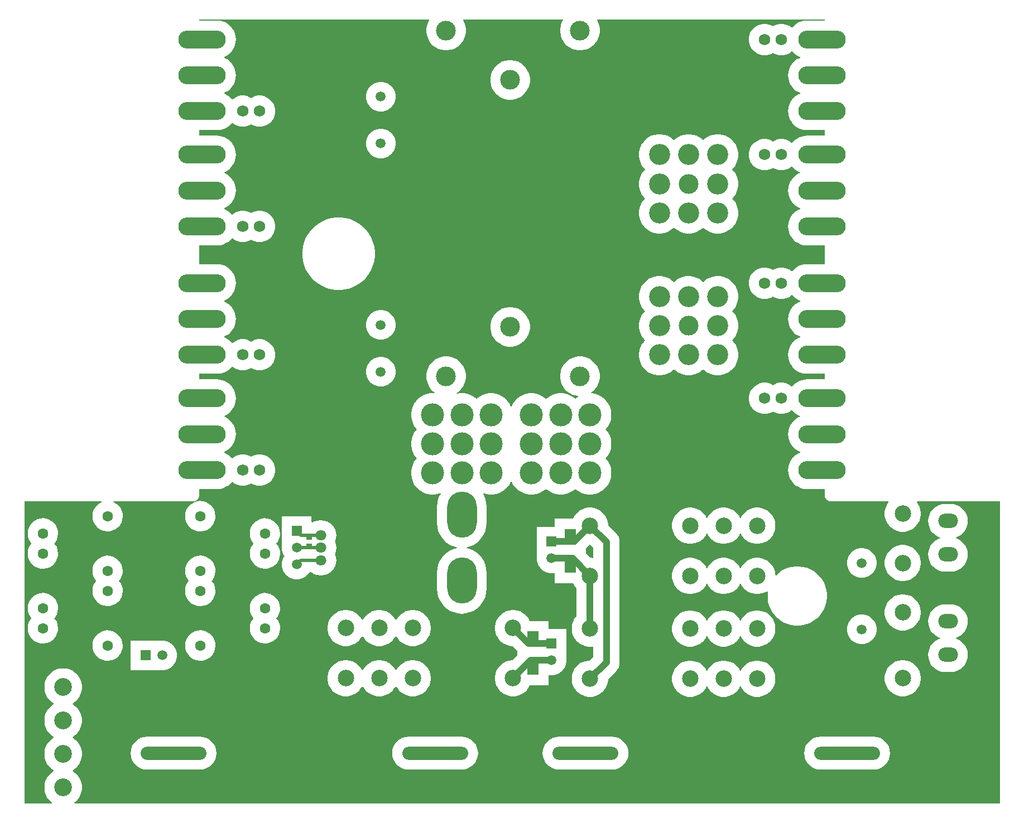
<source format=gbl>
G04*
G04 #@! TF.GenerationSoftware,Altium Limited,Altium Designer,22.8.2 (66)*
G04*
G04 Layer_Physical_Order=6*
G04 Layer_Color=16711680*
%FSLAX44Y44*%
%MOMM*%
G71*
G04*
G04 #@! TF.SameCoordinates,B9550543-2847-43AE-AA18-711D015818A4*
G04*
G04*
G04 #@! TF.FilePolarity,Positive*
G04*
G01*
G75*
%ADD13C,0.5000*%
%ADD15R,1.7500X2.4500*%
%ADD34C,1.0000*%
%ADD36C,3.5000*%
%ADD37C,3.0000*%
%ADD38C,2.5000*%
%ADD39C,3.2000*%
%ADD40C,1.5000*%
%ADD41C,1.6000*%
%ADD42O,7.2000X2.7500*%
%ADD43O,1.7000X1.5000*%
%ADD44O,4.5000X7.0000*%
%ADD45O,10.0000X2.0000*%
%ADD46C,2.7000*%
%ADD47O,3.0000X2.2000*%
%ADD48C,8.0000*%
%ADD49R,1.5000X1.5000*%
%ADD50R,1.5000X1.5000*%
%ADD51C,1.7500*%
%ADD52R,0.9500X0.7000*%
G36*
X1724324Y1713339D02*
X1697750D01*
X1693239Y1712984D01*
X1688838Y1711927D01*
X1684657Y1710196D01*
X1680799Y1707831D01*
X1677358Y1704892D01*
X1675412Y1702614D01*
X1674143Y1702564D01*
X1673760Y1702948D01*
X1669870Y1705547D01*
X1665548Y1707337D01*
X1660959Y1708250D01*
X1656281D01*
X1651692Y1707337D01*
X1647370Y1705547D01*
X1645920Y1704578D01*
X1644470Y1705547D01*
X1640148Y1707337D01*
X1635559Y1708250D01*
X1630881D01*
X1626292Y1707337D01*
X1621970Y1705547D01*
X1618080Y1702948D01*
X1614772Y1699640D01*
X1612173Y1695750D01*
X1610383Y1691428D01*
X1609470Y1686839D01*
Y1682161D01*
X1610383Y1677572D01*
X1612173Y1673250D01*
X1614772Y1669360D01*
X1618080Y1666052D01*
X1621970Y1663453D01*
X1626292Y1661663D01*
X1630881Y1660750D01*
X1635559D01*
X1640148Y1661663D01*
X1644470Y1663453D01*
X1645920Y1664422D01*
X1647370Y1663453D01*
X1651692Y1661663D01*
X1656281Y1660750D01*
X1660959D01*
X1665548Y1661663D01*
X1669870Y1663453D01*
X1673760Y1666052D01*
X1674143Y1666436D01*
X1675412Y1666386D01*
X1677358Y1664108D01*
X1680799Y1661169D01*
X1684657Y1658804D01*
X1686877Y1657885D01*
Y1656615D01*
X1684657Y1655696D01*
X1680799Y1653331D01*
X1677358Y1650392D01*
X1674419Y1646951D01*
X1672054Y1643093D01*
X1670323Y1638912D01*
X1669266Y1634511D01*
X1668911Y1630000D01*
X1669266Y1625489D01*
X1670323Y1621088D01*
X1672054Y1616907D01*
X1674419Y1613049D01*
X1677358Y1609608D01*
X1680799Y1606669D01*
X1684657Y1604304D01*
X1686877Y1603385D01*
Y1602115D01*
X1684657Y1601196D01*
X1680799Y1598831D01*
X1677358Y1595892D01*
X1674419Y1592451D01*
X1672054Y1588593D01*
X1670323Y1584412D01*
X1669266Y1580011D01*
X1668911Y1575500D01*
X1669266Y1570989D01*
X1670323Y1566588D01*
X1672054Y1562407D01*
X1674419Y1558549D01*
X1677358Y1555108D01*
X1680799Y1552169D01*
X1684657Y1549804D01*
X1688838Y1548073D01*
X1693239Y1547016D01*
X1697750Y1546661D01*
X1724324D01*
Y1538339D01*
X1697750D01*
X1693239Y1537984D01*
X1688838Y1536927D01*
X1684657Y1535196D01*
X1680799Y1532831D01*
X1677358Y1529892D01*
X1675412Y1527614D01*
X1674143Y1527564D01*
X1673760Y1527948D01*
X1669870Y1530547D01*
X1665548Y1532337D01*
X1660959Y1533250D01*
X1656281D01*
X1651692Y1532337D01*
X1647370Y1530547D01*
X1645920Y1529578D01*
X1644470Y1530547D01*
X1640148Y1532337D01*
X1635559Y1533250D01*
X1630881D01*
X1626292Y1532337D01*
X1621970Y1530547D01*
X1618080Y1527948D01*
X1614772Y1524640D01*
X1612173Y1520750D01*
X1610383Y1516428D01*
X1609470Y1511839D01*
Y1507161D01*
X1610383Y1502572D01*
X1612173Y1498250D01*
X1614772Y1494360D01*
X1618080Y1491052D01*
X1621970Y1488453D01*
X1626292Y1486663D01*
X1630881Y1485750D01*
X1635559D01*
X1640148Y1486663D01*
X1644470Y1488453D01*
X1645920Y1489422D01*
X1647370Y1488453D01*
X1651692Y1486663D01*
X1656281Y1485750D01*
X1660959D01*
X1665548Y1486663D01*
X1669870Y1488453D01*
X1673760Y1491052D01*
X1674143Y1491436D01*
X1675412Y1491386D01*
X1677358Y1489108D01*
X1680799Y1486169D01*
X1684657Y1483804D01*
X1686877Y1482885D01*
Y1481615D01*
X1684657Y1480696D01*
X1680799Y1478331D01*
X1677358Y1475392D01*
X1674419Y1471951D01*
X1672054Y1468093D01*
X1670323Y1463912D01*
X1669266Y1459511D01*
X1668911Y1455000D01*
X1669266Y1450489D01*
X1670323Y1446088D01*
X1672054Y1441907D01*
X1674419Y1438049D01*
X1677358Y1434608D01*
X1680799Y1431669D01*
X1684657Y1429304D01*
X1686877Y1428385D01*
Y1427115D01*
X1684657Y1426196D01*
X1680799Y1423831D01*
X1677358Y1420892D01*
X1674419Y1417451D01*
X1672054Y1413593D01*
X1670323Y1409412D01*
X1669266Y1405011D01*
X1668911Y1400500D01*
X1669266Y1395989D01*
X1670323Y1391588D01*
X1672054Y1387407D01*
X1674419Y1383549D01*
X1677358Y1380108D01*
X1680799Y1377169D01*
X1684657Y1374804D01*
X1688838Y1373073D01*
X1693239Y1372016D01*
X1697750Y1371661D01*
X1724324D01*
X1724324Y1343339D01*
X1697750D01*
X1693239Y1342984D01*
X1688838Y1341927D01*
X1684657Y1340196D01*
X1680799Y1337831D01*
X1677358Y1334892D01*
X1675412Y1332614D01*
X1674143Y1332564D01*
X1673760Y1332948D01*
X1669870Y1335547D01*
X1665548Y1337337D01*
X1660959Y1338250D01*
X1656281D01*
X1651692Y1337337D01*
X1647370Y1335547D01*
X1645920Y1334578D01*
X1644470Y1335547D01*
X1640148Y1337337D01*
X1635559Y1338250D01*
X1630881D01*
X1626292Y1337337D01*
X1621970Y1335547D01*
X1618080Y1332948D01*
X1614772Y1329640D01*
X1612173Y1325750D01*
X1610383Y1321428D01*
X1609470Y1316839D01*
Y1312161D01*
X1610383Y1307572D01*
X1612173Y1303250D01*
X1614772Y1299360D01*
X1618080Y1296052D01*
X1621970Y1293453D01*
X1626292Y1291663D01*
X1630881Y1290750D01*
X1635559D01*
X1640148Y1291663D01*
X1644470Y1293453D01*
X1645920Y1294422D01*
X1647370Y1293453D01*
X1651692Y1291663D01*
X1656281Y1290750D01*
X1660959D01*
X1665548Y1291663D01*
X1669870Y1293453D01*
X1673760Y1296052D01*
X1674143Y1296436D01*
X1675412Y1296386D01*
X1677358Y1294108D01*
X1680799Y1291169D01*
X1684657Y1288804D01*
X1686877Y1287885D01*
Y1286615D01*
X1684657Y1285696D01*
X1680799Y1283331D01*
X1677358Y1280392D01*
X1674419Y1276951D01*
X1672054Y1273093D01*
X1670323Y1268912D01*
X1669266Y1264511D01*
X1668911Y1260000D01*
X1669266Y1255489D01*
X1670323Y1251088D01*
X1672054Y1246907D01*
X1674419Y1243049D01*
X1677358Y1239608D01*
X1680799Y1236669D01*
X1684657Y1234304D01*
X1686877Y1233385D01*
Y1232115D01*
X1684657Y1231196D01*
X1680799Y1228831D01*
X1677358Y1225892D01*
X1674419Y1222451D01*
X1672054Y1218593D01*
X1670323Y1214412D01*
X1669266Y1210011D01*
X1668911Y1205500D01*
X1669266Y1200989D01*
X1670323Y1196588D01*
X1672054Y1192407D01*
X1674419Y1188549D01*
X1677358Y1185108D01*
X1680799Y1182169D01*
X1684657Y1179804D01*
X1688838Y1178073D01*
X1693239Y1177016D01*
X1697750Y1176661D01*
X1724324D01*
Y1168339D01*
X1697750D01*
X1693239Y1167984D01*
X1688838Y1166927D01*
X1684657Y1165196D01*
X1680799Y1162831D01*
X1677358Y1159892D01*
X1675412Y1157614D01*
X1674143Y1157564D01*
X1673760Y1157948D01*
X1669870Y1160547D01*
X1665548Y1162337D01*
X1660959Y1163250D01*
X1656281D01*
X1651692Y1162337D01*
X1647370Y1160547D01*
X1645920Y1159578D01*
X1644470Y1160547D01*
X1640148Y1162337D01*
X1635559Y1163250D01*
X1630881D01*
X1626292Y1162337D01*
X1621970Y1160547D01*
X1618080Y1157948D01*
X1614772Y1154640D01*
X1612173Y1150750D01*
X1610383Y1146428D01*
X1609470Y1141839D01*
Y1137161D01*
X1610383Y1132572D01*
X1612173Y1128250D01*
X1614772Y1124360D01*
X1618080Y1121052D01*
X1621970Y1118453D01*
X1626292Y1116663D01*
X1630881Y1115750D01*
X1635559D01*
X1640148Y1116663D01*
X1644470Y1118453D01*
X1645920Y1119422D01*
X1647370Y1118453D01*
X1651692Y1116663D01*
X1656281Y1115750D01*
X1660959D01*
X1665548Y1116663D01*
X1669870Y1118453D01*
X1673760Y1121052D01*
X1674143Y1121436D01*
X1675412Y1121386D01*
X1677358Y1119108D01*
X1680799Y1116169D01*
X1684657Y1113804D01*
X1686877Y1112885D01*
Y1111615D01*
X1684657Y1110696D01*
X1680799Y1108331D01*
X1677358Y1105392D01*
X1674419Y1101951D01*
X1672054Y1098093D01*
X1670323Y1093912D01*
X1669266Y1089511D01*
X1668911Y1085000D01*
X1669266Y1080489D01*
X1670323Y1076088D01*
X1672054Y1071907D01*
X1674419Y1068049D01*
X1677358Y1064608D01*
X1680799Y1061669D01*
X1684657Y1059304D01*
X1686877Y1058385D01*
Y1057115D01*
X1684657Y1056196D01*
X1680799Y1053831D01*
X1677358Y1050892D01*
X1674419Y1047451D01*
X1672054Y1043593D01*
X1670323Y1039412D01*
X1669266Y1035011D01*
X1668911Y1030500D01*
X1669266Y1025989D01*
X1670323Y1021588D01*
X1672054Y1017407D01*
X1674419Y1013549D01*
X1677358Y1010108D01*
X1680799Y1007169D01*
X1684657Y1004804D01*
X1688838Y1003073D01*
X1693239Y1002016D01*
X1697750Y1001661D01*
X1724324D01*
Y993140D01*
X1724668Y990530D01*
X1725675Y988097D01*
X1727278Y986008D01*
X1729367Y984405D01*
X1731800Y983398D01*
X1734410Y983054D01*
X1820690D01*
X1821337Y981784D01*
X1819230Y978883D01*
X1817265Y975026D01*
X1815927Y970910D01*
X1815250Y966634D01*
Y962306D01*
X1815927Y958030D01*
X1817265Y953914D01*
X1819230Y950057D01*
X1821774Y946555D01*
X1824835Y943494D01*
X1828337Y940950D01*
X1832194Y938985D01*
X1836310Y937647D01*
X1840586Y936970D01*
X1844914D01*
X1849190Y937647D01*
X1853306Y938985D01*
X1857163Y940950D01*
X1860665Y943494D01*
X1863726Y946555D01*
X1866270Y950057D01*
X1868235Y953914D01*
X1869573Y958030D01*
X1870250Y962306D01*
Y966634D01*
X1869573Y970910D01*
X1868235Y975026D01*
X1866270Y978883D01*
X1864163Y981784D01*
X1864810Y983054D01*
X1989913Y983054D01*
X1989914Y524436D01*
X586188D01*
X585796Y525644D01*
X587527Y526901D01*
X590699Y530074D01*
X593335Y533703D01*
X595372Y537700D01*
X596758Y541966D01*
X597460Y546397D01*
Y550883D01*
X596758Y555314D01*
X595372Y559580D01*
X593335Y563577D01*
X590699Y567206D01*
X587527Y570379D01*
X583897Y573015D01*
X583133Y573405D01*
Y574675D01*
X583897Y575065D01*
X587527Y577701D01*
X590699Y580873D01*
X593335Y584503D01*
X595372Y588500D01*
X596758Y592766D01*
X597460Y597197D01*
Y601683D01*
X596758Y606114D01*
X595372Y610380D01*
X593335Y614377D01*
X590699Y618007D01*
X587527Y621179D01*
X583897Y623815D01*
X583133Y624205D01*
Y625475D01*
X583897Y625865D01*
X587527Y628501D01*
X590699Y631674D01*
X593335Y635303D01*
X595372Y639300D01*
X596758Y643566D01*
X597460Y647997D01*
Y652483D01*
X596758Y656914D01*
X595372Y661180D01*
X593335Y665177D01*
X590699Y668807D01*
X587527Y671979D01*
X583897Y674615D01*
X583133Y675005D01*
Y676275D01*
X583897Y676665D01*
X587527Y679301D01*
X590699Y682474D01*
X593335Y686103D01*
X595372Y690100D01*
X596758Y694366D01*
X597460Y698797D01*
Y703283D01*
X596758Y707714D01*
X595372Y711980D01*
X593335Y715977D01*
X590699Y719606D01*
X587527Y722779D01*
X583897Y725415D01*
X579900Y727452D01*
X575634Y728838D01*
X571203Y729540D01*
X566717D01*
X562286Y728838D01*
X558020Y727452D01*
X554023Y725415D01*
X550393Y722779D01*
X547221Y719606D01*
X544585Y715977D01*
X542548Y711980D01*
X541162Y707714D01*
X540460Y703283D01*
Y698797D01*
X541162Y694366D01*
X542548Y690100D01*
X544585Y686103D01*
X547221Y682474D01*
X550393Y679301D01*
X554023Y676665D01*
X554787Y676275D01*
Y675005D01*
X554023Y674615D01*
X550393Y671979D01*
X547221Y668807D01*
X544585Y665177D01*
X542548Y661180D01*
X541162Y656914D01*
X540460Y652483D01*
Y647997D01*
X541162Y643566D01*
X542548Y639300D01*
X544585Y635303D01*
X547221Y631674D01*
X550393Y628501D01*
X554023Y625865D01*
X554787Y625475D01*
Y624205D01*
X554023Y623815D01*
X550393Y621179D01*
X547221Y618007D01*
X544585Y614377D01*
X542548Y610380D01*
X541162Y606114D01*
X540460Y601683D01*
Y597197D01*
X541162Y592766D01*
X542548Y588500D01*
X544585Y584503D01*
X547221Y580873D01*
X550393Y577701D01*
X554023Y575065D01*
X554787Y574675D01*
Y573405D01*
X554023Y573015D01*
X550393Y570379D01*
X547221Y567206D01*
X544585Y563577D01*
X542548Y559580D01*
X541162Y555314D01*
X540460Y550883D01*
Y546397D01*
X541162Y541966D01*
X542548Y537700D01*
X544585Y533703D01*
X547221Y530074D01*
X550393Y526901D01*
X552124Y525644D01*
X551732Y524436D01*
X510086D01*
X510086Y983054D01*
X627040D01*
X627336Y981784D01*
X624113Y980194D01*
X620518Y977436D01*
X617531Y974030D01*
X615266Y970106D01*
X613810Y965816D01*
X613218Y961324D01*
X613515Y956803D01*
X614687Y952427D01*
X616691Y948364D01*
X619449Y944769D01*
X622855Y941782D01*
X626779Y939517D01*
X631069Y938061D01*
X635561Y937469D01*
X640082Y937766D01*
X644458Y938938D01*
X648521Y940942D01*
X652116Y943700D01*
X655103Y947106D01*
X657368Y951030D01*
X658825Y955320D01*
X659416Y959812D01*
X659120Y964333D01*
X657947Y968709D01*
X655943Y972772D01*
X653185Y976367D01*
X649779Y979354D01*
X645855Y981619D01*
X645321Y981801D01*
X645527Y983054D01*
X765590D01*
X768200Y983398D01*
X770633Y984405D01*
X772722Y986008D01*
X774324Y988097D01*
X775332Y990530D01*
X775676Y993140D01*
Y1001661D01*
X802250D01*
X806761Y1002016D01*
X811161Y1003073D01*
X815342Y1004804D01*
X819201Y1007169D01*
X822642Y1010108D01*
X824587Y1012386D01*
X825856Y1012436D01*
X826240Y1012052D01*
X830130Y1009453D01*
X834452Y1007663D01*
X839040Y1006750D01*
X843719D01*
X848307Y1007663D01*
X852629Y1009453D01*
X854080Y1010422D01*
X855530Y1009453D01*
X859852Y1007663D01*
X864440Y1006750D01*
X869119D01*
X873707Y1007663D01*
X878029Y1009453D01*
X881919Y1012052D01*
X885227Y1015360D01*
X887826Y1019250D01*
X889617Y1023572D01*
X890529Y1028161D01*
Y1032839D01*
X889617Y1037428D01*
X887826Y1041750D01*
X885227Y1045640D01*
X881919Y1048948D01*
X878029Y1051547D01*
X873707Y1053337D01*
X869119Y1054250D01*
X864440D01*
X859852Y1053337D01*
X855530Y1051547D01*
X854080Y1050578D01*
X852629Y1051547D01*
X848307Y1053337D01*
X843719Y1054250D01*
X839040D01*
X834452Y1053337D01*
X830130Y1051547D01*
X826240Y1048948D01*
X825856Y1048564D01*
X824587Y1048614D01*
X822642Y1050892D01*
X819201Y1053831D01*
X815342Y1056196D01*
X813123Y1057115D01*
Y1058385D01*
X815342Y1059304D01*
X819201Y1061669D01*
X822642Y1064608D01*
X825581Y1068049D01*
X827945Y1071907D01*
X829677Y1076088D01*
X830733Y1080489D01*
X831088Y1085000D01*
X830733Y1089511D01*
X829677Y1093912D01*
X827945Y1098093D01*
X825581Y1101951D01*
X822642Y1105392D01*
X819201Y1108331D01*
X815342Y1110696D01*
X813123Y1111615D01*
Y1112885D01*
X815342Y1113804D01*
X819201Y1116169D01*
X822642Y1119108D01*
X825581Y1122549D01*
X827945Y1126407D01*
X829677Y1130588D01*
X830733Y1134989D01*
X831088Y1139500D01*
X830733Y1144011D01*
X829677Y1148412D01*
X827945Y1152593D01*
X825581Y1156451D01*
X822642Y1159892D01*
X819201Y1162831D01*
X815342Y1165196D01*
X811161Y1166927D01*
X806761Y1167984D01*
X802250Y1168339D01*
X775676D01*
Y1176661D01*
X802250D01*
X806761Y1177016D01*
X811161Y1178073D01*
X815342Y1179804D01*
X819201Y1182169D01*
X822642Y1185108D01*
X824587Y1187386D01*
X825856Y1187436D01*
X826240Y1187052D01*
X830130Y1184453D01*
X834452Y1182663D01*
X839040Y1181750D01*
X843719D01*
X848307Y1182663D01*
X852629Y1184453D01*
X854080Y1185422D01*
X855530Y1184453D01*
X859852Y1182663D01*
X864440Y1181750D01*
X869119D01*
X873707Y1182663D01*
X878029Y1184453D01*
X881919Y1187052D01*
X885227Y1190360D01*
X887826Y1194250D01*
X889617Y1198572D01*
X890529Y1203161D01*
Y1207839D01*
X889617Y1212428D01*
X887826Y1216750D01*
X885227Y1220640D01*
X881919Y1223948D01*
X878029Y1226547D01*
X873707Y1228337D01*
X869119Y1229250D01*
X864440D01*
X859852Y1228337D01*
X855530Y1226547D01*
X854080Y1225578D01*
X852629Y1226547D01*
X848307Y1228337D01*
X843719Y1229250D01*
X839040D01*
X834452Y1228337D01*
X830130Y1226547D01*
X826240Y1223948D01*
X825856Y1223564D01*
X824587Y1223614D01*
X822642Y1225892D01*
X819201Y1228831D01*
X815342Y1231196D01*
X813123Y1232115D01*
Y1233385D01*
X815342Y1234304D01*
X819201Y1236669D01*
X822642Y1239608D01*
X825581Y1243049D01*
X827945Y1246907D01*
X829677Y1251088D01*
X830733Y1255489D01*
X831088Y1260000D01*
X830733Y1264511D01*
X829677Y1268912D01*
X827945Y1273093D01*
X825581Y1276951D01*
X822642Y1280392D01*
X819201Y1283331D01*
X815342Y1285696D01*
X813123Y1286615D01*
Y1287885D01*
X815342Y1288804D01*
X819201Y1291169D01*
X822642Y1294108D01*
X825581Y1297549D01*
X827945Y1301407D01*
X829677Y1305588D01*
X830733Y1309989D01*
X831088Y1314500D01*
X830733Y1319011D01*
X829677Y1323412D01*
X827945Y1327593D01*
X825581Y1331451D01*
X822642Y1334892D01*
X819201Y1337831D01*
X815342Y1340196D01*
X811161Y1341927D01*
X806761Y1342984D01*
X802250Y1343339D01*
X775676D01*
X775676Y1371661D01*
X802250D01*
X806761Y1372016D01*
X811161Y1373073D01*
X815342Y1374804D01*
X819201Y1377169D01*
X822642Y1380108D01*
X824587Y1382386D01*
X825856Y1382436D01*
X826240Y1382052D01*
X830130Y1379453D01*
X834452Y1377663D01*
X839040Y1376750D01*
X843719D01*
X848307Y1377663D01*
X852629Y1379453D01*
X854080Y1380422D01*
X855530Y1379453D01*
X859852Y1377663D01*
X864440Y1376750D01*
X869119D01*
X873707Y1377663D01*
X878029Y1379453D01*
X881919Y1382052D01*
X885227Y1385360D01*
X887827Y1389250D01*
X889617Y1393572D01*
X890529Y1398161D01*
Y1402839D01*
X889617Y1407428D01*
X887827Y1411750D01*
X885227Y1415640D01*
X881919Y1418948D01*
X878029Y1421547D01*
X873707Y1423337D01*
X869119Y1424250D01*
X864440D01*
X859852Y1423337D01*
X855530Y1421547D01*
X854080Y1420578D01*
X852629Y1421547D01*
X848307Y1423337D01*
X843719Y1424250D01*
X839040D01*
X834452Y1423337D01*
X830130Y1421547D01*
X826240Y1418948D01*
X825856Y1418564D01*
X824587Y1418614D01*
X822642Y1420892D01*
X819201Y1423831D01*
X815342Y1426196D01*
X813123Y1427115D01*
Y1428385D01*
X815342Y1429304D01*
X819201Y1431669D01*
X822642Y1434608D01*
X825581Y1438049D01*
X827945Y1441907D01*
X829677Y1446088D01*
X830733Y1450489D01*
X831088Y1455000D01*
X830733Y1459511D01*
X829677Y1463912D01*
X827945Y1468093D01*
X825581Y1471951D01*
X822642Y1475392D01*
X819201Y1478331D01*
X815342Y1480696D01*
X813123Y1481615D01*
Y1482885D01*
X815342Y1483804D01*
X819201Y1486169D01*
X822642Y1489108D01*
X825581Y1492549D01*
X827945Y1496407D01*
X829677Y1500588D01*
X830733Y1504989D01*
X831088Y1509500D01*
X830733Y1514011D01*
X829677Y1518412D01*
X827945Y1522593D01*
X825581Y1526451D01*
X822642Y1529892D01*
X819201Y1532831D01*
X815342Y1535196D01*
X811161Y1536927D01*
X806761Y1537984D01*
X802250Y1538339D01*
X775676D01*
Y1546661D01*
X802250D01*
X806761Y1547016D01*
X811161Y1548073D01*
X815342Y1549804D01*
X819201Y1552169D01*
X822642Y1555108D01*
X824587Y1557386D01*
X825856Y1557436D01*
X826240Y1557052D01*
X830130Y1554453D01*
X834452Y1552663D01*
X839040Y1551750D01*
X843719D01*
X848307Y1552663D01*
X852629Y1554453D01*
X854080Y1555422D01*
X855530Y1554453D01*
X859852Y1552663D01*
X864440Y1551750D01*
X869119D01*
X873707Y1552663D01*
X878029Y1554453D01*
X881919Y1557052D01*
X885227Y1560360D01*
X887827Y1564250D01*
X889617Y1568572D01*
X890529Y1573161D01*
Y1577839D01*
X889617Y1582428D01*
X887827Y1586750D01*
X885227Y1590640D01*
X881919Y1593948D01*
X878029Y1596547D01*
X873707Y1598337D01*
X869119Y1599250D01*
X864440D01*
X859852Y1598337D01*
X855530Y1596547D01*
X854080Y1595578D01*
X852629Y1596547D01*
X848307Y1598337D01*
X843719Y1599250D01*
X839040D01*
X834452Y1598337D01*
X830130Y1596547D01*
X826240Y1593948D01*
X825856Y1593564D01*
X824587Y1593614D01*
X822642Y1595892D01*
X819201Y1598831D01*
X815342Y1601196D01*
X813123Y1602115D01*
Y1603385D01*
X815342Y1604304D01*
X819201Y1606669D01*
X822642Y1609608D01*
X825581Y1613049D01*
X827945Y1616907D01*
X829677Y1621088D01*
X830733Y1625489D01*
X831088Y1630000D01*
X830733Y1634511D01*
X829677Y1638912D01*
X827945Y1643093D01*
X825581Y1646951D01*
X822642Y1650392D01*
X819201Y1653331D01*
X815342Y1655696D01*
X813123Y1656615D01*
Y1657885D01*
X815342Y1658804D01*
X819201Y1661169D01*
X822642Y1664108D01*
X825581Y1667549D01*
X827945Y1671407D01*
X829677Y1675588D01*
X830733Y1679989D01*
X831088Y1684500D01*
X830733Y1689011D01*
X829677Y1693412D01*
X827945Y1697593D01*
X825581Y1701451D01*
X822642Y1704892D01*
X819201Y1707831D01*
X815342Y1710196D01*
X811161Y1711927D01*
X806761Y1712984D01*
X802250Y1713339D01*
X775676D01*
Y1714914D01*
X1123731D01*
X1123986Y1714412D01*
X1124236Y1713644D01*
X1122163Y1709576D01*
X1120704Y1705085D01*
X1119965Y1700421D01*
Y1695699D01*
X1120704Y1691035D01*
X1122163Y1686544D01*
X1124307Y1682337D01*
X1127082Y1678516D01*
X1130421Y1675177D01*
X1134241Y1672402D01*
X1138449Y1670258D01*
X1142940Y1668799D01*
X1147604Y1668060D01*
X1152326D01*
X1156990Y1668799D01*
X1161481Y1670258D01*
X1165688Y1672402D01*
X1169509Y1675177D01*
X1172848Y1678516D01*
X1175623Y1682337D01*
X1177767Y1686544D01*
X1179226Y1691035D01*
X1179965Y1695699D01*
Y1700421D01*
X1179226Y1705085D01*
X1177767Y1709576D01*
X1175694Y1713644D01*
X1175944Y1714412D01*
X1176199Y1714914D01*
X1326731D01*
X1326986Y1714412D01*
X1327236Y1713644D01*
X1325163Y1709576D01*
X1323704Y1705085D01*
X1322965Y1700421D01*
Y1695699D01*
X1323704Y1691035D01*
X1325163Y1686544D01*
X1327307Y1682337D01*
X1330082Y1678516D01*
X1333421Y1675177D01*
X1337242Y1672402D01*
X1341449Y1670258D01*
X1345940Y1668799D01*
X1350604Y1668060D01*
X1355326D01*
X1359990Y1668799D01*
X1364481Y1670258D01*
X1368688Y1672402D01*
X1372509Y1675177D01*
X1375848Y1678516D01*
X1378623Y1682337D01*
X1380767Y1686544D01*
X1382226Y1691035D01*
X1382965Y1695699D01*
Y1700421D01*
X1382226Y1705085D01*
X1380767Y1709576D01*
X1378694Y1713644D01*
X1378944Y1714412D01*
X1379199Y1714914D01*
X1724324D01*
Y1713339D01*
D02*
G37*
%LPC*%
G36*
X1249372Y1653060D02*
X1244650D01*
X1239986Y1652321D01*
X1235495Y1650862D01*
X1231288Y1648718D01*
X1227467Y1645943D01*
X1224128Y1642604D01*
X1221353Y1638783D01*
X1219209Y1634576D01*
X1217750Y1630085D01*
X1217011Y1625421D01*
Y1620699D01*
X1217750Y1616035D01*
X1219209Y1611544D01*
X1221353Y1607337D01*
X1224128Y1603516D01*
X1227467Y1600177D01*
X1231288Y1597402D01*
X1235495Y1595258D01*
X1239986Y1593799D01*
X1244650Y1593060D01*
X1249372D01*
X1254036Y1593799D01*
X1258527Y1595258D01*
X1262734Y1597402D01*
X1266555Y1600177D01*
X1269894Y1603516D01*
X1272669Y1607337D01*
X1274813Y1611544D01*
X1276272Y1616035D01*
X1277011Y1620699D01*
Y1625421D01*
X1276272Y1630085D01*
X1274813Y1634576D01*
X1272669Y1638783D01*
X1269894Y1642604D01*
X1266555Y1645943D01*
X1262734Y1648718D01*
X1258527Y1650862D01*
X1254036Y1652321D01*
X1249372Y1653060D01*
D02*
G37*
G36*
X1052976Y1620160D02*
X1048544D01*
X1044197Y1619295D01*
X1040102Y1617599D01*
X1036417Y1615137D01*
X1033283Y1612003D01*
X1030821Y1608318D01*
X1029125Y1604223D01*
X1028260Y1599876D01*
Y1595444D01*
X1029125Y1591097D01*
X1030821Y1587002D01*
X1033283Y1583317D01*
X1036417Y1580183D01*
X1040102Y1577721D01*
X1044197Y1576025D01*
X1048544Y1575160D01*
X1052976D01*
X1057323Y1576025D01*
X1061418Y1577721D01*
X1065103Y1580183D01*
X1068237Y1583317D01*
X1070699Y1587002D01*
X1072395Y1591097D01*
X1073260Y1595444D01*
Y1599876D01*
X1072395Y1604223D01*
X1070699Y1608318D01*
X1068237Y1612003D01*
X1065103Y1615137D01*
X1061418Y1617599D01*
X1057323Y1619295D01*
X1052976Y1620160D01*
D02*
G37*
G36*
X1564598Y1540500D02*
X1559718D01*
X1554899Y1539737D01*
X1550258Y1538229D01*
X1545911Y1536014D01*
X1541963Y1533145D01*
X1539983Y1531166D01*
X1538003Y1533145D01*
X1534056Y1536014D01*
X1529708Y1538229D01*
X1525067Y1539737D01*
X1520248Y1540500D01*
X1515368D01*
X1510549Y1539737D01*
X1505908Y1538229D01*
X1501561Y1536014D01*
X1497613Y1533145D01*
X1495633Y1531166D01*
X1493653Y1533145D01*
X1489706Y1536014D01*
X1485358Y1538229D01*
X1480717Y1539737D01*
X1475898Y1540500D01*
X1471019D01*
X1466199Y1539737D01*
X1461558Y1538229D01*
X1457211Y1536014D01*
X1453263Y1533145D01*
X1449813Y1529695D01*
X1446945Y1525748D01*
X1444729Y1521400D01*
X1443222Y1516759D01*
X1442458Y1511940D01*
Y1507060D01*
X1443222Y1502241D01*
X1444729Y1497600D01*
X1446945Y1493253D01*
X1449813Y1489305D01*
X1451793Y1487325D01*
X1449813Y1485345D01*
X1446945Y1481398D01*
X1444729Y1477050D01*
X1443222Y1472409D01*
X1442458Y1467590D01*
Y1462710D01*
X1443222Y1457891D01*
X1444729Y1453250D01*
X1446945Y1448902D01*
X1449813Y1444955D01*
X1451793Y1442975D01*
X1449813Y1440995D01*
X1446945Y1437047D01*
X1444729Y1432700D01*
X1443222Y1428059D01*
X1442458Y1423240D01*
Y1418360D01*
X1443222Y1413541D01*
X1444729Y1408900D01*
X1446945Y1404552D01*
X1449813Y1400605D01*
X1453263Y1397155D01*
X1457211Y1394286D01*
X1461558Y1392071D01*
X1466199Y1390563D01*
X1471019Y1389800D01*
X1475898D01*
X1480717Y1390563D01*
X1485358Y1392071D01*
X1489706Y1394286D01*
X1493653Y1397155D01*
X1495633Y1399134D01*
X1497613Y1397155D01*
X1501561Y1394286D01*
X1505908Y1392071D01*
X1510549Y1390563D01*
X1515368Y1389800D01*
X1520248D01*
X1525067Y1390563D01*
X1529708Y1392071D01*
X1534056Y1394286D01*
X1538003Y1397155D01*
X1539983Y1399134D01*
X1541963Y1397155D01*
X1545911Y1394286D01*
X1550258Y1392071D01*
X1554899Y1390563D01*
X1559718Y1389800D01*
X1564598D01*
X1569418Y1390563D01*
X1574058Y1392071D01*
X1578406Y1394286D01*
X1582353Y1397155D01*
X1585804Y1400605D01*
X1588672Y1404552D01*
X1590887Y1408900D01*
X1592395Y1413541D01*
X1593158Y1418360D01*
Y1423240D01*
X1592395Y1428059D01*
X1590887Y1432700D01*
X1588672Y1437047D01*
X1585804Y1440995D01*
X1583824Y1442975D01*
X1585804Y1444955D01*
X1588672Y1448902D01*
X1590887Y1453250D01*
X1592395Y1457891D01*
X1593158Y1462710D01*
Y1467590D01*
X1592395Y1472409D01*
X1590887Y1477050D01*
X1588672Y1481398D01*
X1585804Y1485345D01*
X1583824Y1487325D01*
X1585804Y1489305D01*
X1588672Y1493253D01*
X1590887Y1497600D01*
X1592395Y1502241D01*
X1593158Y1507060D01*
Y1511940D01*
X1592395Y1516759D01*
X1590887Y1521400D01*
X1588672Y1525748D01*
X1585804Y1529695D01*
X1582353Y1533145D01*
X1578406Y1536014D01*
X1574058Y1538229D01*
X1569418Y1539737D01*
X1564598Y1540500D01*
D02*
G37*
G36*
X1052976Y1549040D02*
X1048544D01*
X1044197Y1548175D01*
X1040102Y1546479D01*
X1036417Y1544017D01*
X1033283Y1540883D01*
X1030821Y1537198D01*
X1029125Y1533103D01*
X1028260Y1528756D01*
Y1524324D01*
X1029125Y1519977D01*
X1030821Y1515882D01*
X1033283Y1512197D01*
X1036417Y1509063D01*
X1040102Y1506601D01*
X1044197Y1504905D01*
X1048544Y1504040D01*
X1052976D01*
X1057323Y1504905D01*
X1061418Y1506601D01*
X1065103Y1509063D01*
X1068237Y1512197D01*
X1070699Y1515882D01*
X1072395Y1519977D01*
X1073260Y1524324D01*
Y1528756D01*
X1072395Y1533103D01*
X1070699Y1537198D01*
X1068237Y1540883D01*
X1065103Y1544017D01*
X1061418Y1546479D01*
X1057323Y1548175D01*
X1052976Y1549040D01*
D02*
G37*
G36*
X1564598Y1325200D02*
X1559718D01*
X1554899Y1324437D01*
X1550258Y1322929D01*
X1545911Y1320714D01*
X1541963Y1317845D01*
X1539983Y1315866D01*
X1538003Y1317845D01*
X1534056Y1320714D01*
X1529708Y1322929D01*
X1525067Y1324437D01*
X1520248Y1325200D01*
X1515368D01*
X1510549Y1324437D01*
X1505908Y1322929D01*
X1501561Y1320714D01*
X1497613Y1317845D01*
X1495633Y1315866D01*
X1493653Y1317845D01*
X1489706Y1320714D01*
X1485358Y1322929D01*
X1480717Y1324437D01*
X1475898Y1325200D01*
X1471019D01*
X1466199Y1324437D01*
X1461558Y1322929D01*
X1457211Y1320714D01*
X1453263Y1317845D01*
X1449813Y1314395D01*
X1446945Y1310448D01*
X1444729Y1306100D01*
X1443222Y1301459D01*
X1442458Y1296640D01*
Y1291760D01*
X1443222Y1286941D01*
X1444729Y1282300D01*
X1446945Y1277952D01*
X1449813Y1274005D01*
X1451793Y1272025D01*
X1449813Y1270045D01*
X1446945Y1266097D01*
X1444729Y1261750D01*
X1443222Y1257109D01*
X1442458Y1252290D01*
Y1247410D01*
X1443222Y1242591D01*
X1444729Y1237950D01*
X1446945Y1233603D01*
X1449813Y1229655D01*
X1451793Y1227675D01*
X1449813Y1225695D01*
X1446945Y1221748D01*
X1444729Y1217400D01*
X1443222Y1212759D01*
X1442458Y1207940D01*
Y1203060D01*
X1443222Y1198241D01*
X1444729Y1193600D01*
X1446945Y1189252D01*
X1449813Y1185305D01*
X1453263Y1181854D01*
X1457211Y1178986D01*
X1461558Y1176771D01*
X1466199Y1175263D01*
X1471019Y1174500D01*
X1475898D01*
X1480717Y1175263D01*
X1485358Y1176771D01*
X1489706Y1178986D01*
X1493653Y1181854D01*
X1495633Y1183834D01*
X1497613Y1181854D01*
X1501561Y1178986D01*
X1505908Y1176771D01*
X1510549Y1175263D01*
X1515368Y1174500D01*
X1520248D01*
X1525067Y1175263D01*
X1529708Y1176771D01*
X1534056Y1178986D01*
X1538003Y1181854D01*
X1539983Y1183834D01*
X1541963Y1181854D01*
X1545911Y1178986D01*
X1550258Y1176771D01*
X1554899Y1175263D01*
X1559718Y1174500D01*
X1564598D01*
X1569418Y1175263D01*
X1574058Y1176771D01*
X1578406Y1178986D01*
X1582353Y1181854D01*
X1585804Y1185305D01*
X1588672Y1189252D01*
X1590887Y1193600D01*
X1592395Y1198241D01*
X1593158Y1203060D01*
Y1207940D01*
X1592395Y1212759D01*
X1590887Y1217400D01*
X1588672Y1221748D01*
X1585804Y1225695D01*
X1583824Y1227675D01*
X1585804Y1229655D01*
X1588672Y1233603D01*
X1590887Y1237950D01*
X1592395Y1242591D01*
X1593158Y1247410D01*
Y1252290D01*
X1592395Y1257109D01*
X1590887Y1261750D01*
X1588672Y1266097D01*
X1585804Y1270045D01*
X1583824Y1272025D01*
X1585804Y1274005D01*
X1588672Y1277952D01*
X1590887Y1282300D01*
X1592395Y1286941D01*
X1593158Y1291760D01*
Y1296640D01*
X1592395Y1301459D01*
X1590887Y1306100D01*
X1588672Y1310448D01*
X1585804Y1314395D01*
X1582353Y1317845D01*
X1578406Y1320714D01*
X1574058Y1322929D01*
X1569418Y1324437D01*
X1564598Y1325200D01*
D02*
G37*
G36*
X990395Y1414070D02*
X983185D01*
X976037Y1413129D01*
X969073Y1411263D01*
X962412Y1408504D01*
X956168Y1404899D01*
X950448Y1400510D01*
X945350Y1395412D01*
X940961Y1389692D01*
X937356Y1383448D01*
X934597Y1376787D01*
X932731Y1369823D01*
X931790Y1362675D01*
Y1355465D01*
X932731Y1348317D01*
X934597Y1341353D01*
X937356Y1334692D01*
X940961Y1328448D01*
X945350Y1322728D01*
X950448Y1317630D01*
X956168Y1313241D01*
X962412Y1309636D01*
X969073Y1306877D01*
X976037Y1305011D01*
X983185Y1304070D01*
X990395D01*
X997543Y1305011D01*
X1004507Y1306877D01*
X1011168Y1309636D01*
X1017412Y1313241D01*
X1023132Y1317630D01*
X1028230Y1322728D01*
X1032619Y1328448D01*
X1036224Y1334692D01*
X1038983Y1341353D01*
X1040849Y1348317D01*
X1041790Y1355465D01*
Y1362675D01*
X1040849Y1369823D01*
X1038983Y1376787D01*
X1036224Y1383448D01*
X1032619Y1389692D01*
X1028230Y1395412D01*
X1023132Y1400510D01*
X1017412Y1404899D01*
X1011168Y1408504D01*
X1004507Y1411263D01*
X997543Y1413129D01*
X990395Y1414070D01*
D02*
G37*
G36*
X1052976Y1273450D02*
X1048544D01*
X1044197Y1272585D01*
X1040102Y1270889D01*
X1036417Y1268427D01*
X1033283Y1265293D01*
X1030821Y1261608D01*
X1029125Y1257513D01*
X1028260Y1253166D01*
Y1248734D01*
X1029125Y1244387D01*
X1030821Y1240292D01*
X1033283Y1236607D01*
X1036417Y1233473D01*
X1040102Y1231011D01*
X1044197Y1229315D01*
X1048544Y1228450D01*
X1052976D01*
X1057323Y1229315D01*
X1061418Y1231011D01*
X1065103Y1233473D01*
X1068237Y1236607D01*
X1070699Y1240292D01*
X1072395Y1244387D01*
X1073260Y1248734D01*
Y1253166D01*
X1072395Y1257513D01*
X1070699Y1261608D01*
X1068237Y1265293D01*
X1065103Y1268427D01*
X1061418Y1270889D01*
X1057323Y1272585D01*
X1052976Y1273450D01*
D02*
G37*
G36*
X1249372Y1278060D02*
X1244650D01*
X1239986Y1277321D01*
X1235495Y1275862D01*
X1231288Y1273718D01*
X1227467Y1270943D01*
X1224128Y1267604D01*
X1221353Y1263783D01*
X1219209Y1259576D01*
X1217750Y1255085D01*
X1217011Y1250421D01*
Y1245699D01*
X1217750Y1241035D01*
X1219209Y1236544D01*
X1221353Y1232337D01*
X1224128Y1228516D01*
X1227467Y1225177D01*
X1231288Y1222402D01*
X1235495Y1220258D01*
X1239986Y1218799D01*
X1244650Y1218060D01*
X1249372D01*
X1254036Y1218799D01*
X1258527Y1220258D01*
X1262734Y1222402D01*
X1266555Y1225177D01*
X1269894Y1228516D01*
X1272669Y1232337D01*
X1274813Y1236544D01*
X1276272Y1241035D01*
X1277011Y1245699D01*
Y1250421D01*
X1276272Y1255085D01*
X1274813Y1259576D01*
X1272669Y1263783D01*
X1269894Y1267604D01*
X1266555Y1270943D01*
X1262734Y1273718D01*
X1258527Y1275862D01*
X1254036Y1277321D01*
X1249372Y1278060D01*
D02*
G37*
G36*
X1052976Y1202330D02*
X1048544D01*
X1044197Y1201465D01*
X1040102Y1199769D01*
X1036417Y1197307D01*
X1033283Y1194173D01*
X1030821Y1190488D01*
X1029125Y1186393D01*
X1028260Y1182046D01*
Y1177614D01*
X1029125Y1173267D01*
X1030821Y1169172D01*
X1033283Y1165487D01*
X1036417Y1162353D01*
X1040102Y1159891D01*
X1044197Y1158195D01*
X1048544Y1157330D01*
X1052976D01*
X1057323Y1158195D01*
X1061418Y1159891D01*
X1065103Y1162353D01*
X1068237Y1165487D01*
X1070699Y1169172D01*
X1072395Y1173267D01*
X1073260Y1177614D01*
Y1182046D01*
X1072395Y1186393D01*
X1070699Y1190488D01*
X1068237Y1194173D01*
X1065103Y1197307D01*
X1061418Y1199769D01*
X1057323Y1201465D01*
X1052976Y1202330D01*
D02*
G37*
G36*
X1355326Y1203060D02*
X1350604D01*
X1345940Y1202321D01*
X1341449Y1200862D01*
X1337242Y1198718D01*
X1333421Y1195943D01*
X1330082Y1192604D01*
X1327307Y1188783D01*
X1325163Y1184576D01*
X1323704Y1180085D01*
X1322965Y1175421D01*
Y1170699D01*
X1323704Y1166035D01*
X1325163Y1161544D01*
X1327307Y1157337D01*
X1330082Y1153516D01*
X1333421Y1150177D01*
X1337242Y1147402D01*
X1341449Y1145258D01*
X1345940Y1143799D01*
X1349864Y1143177D01*
X1350185Y1141841D01*
X1346908Y1139460D01*
X1345905Y1138457D01*
X1344902Y1139460D01*
X1340764Y1142467D01*
X1336206Y1144789D01*
X1331340Y1146370D01*
X1326288Y1147170D01*
X1321172D01*
X1316120Y1146370D01*
X1311254Y1144789D01*
X1306696Y1142467D01*
X1302558Y1139460D01*
X1301555Y1138457D01*
X1300552Y1139460D01*
X1296414Y1142467D01*
X1291856Y1144789D01*
X1286990Y1146370D01*
X1281938Y1147170D01*
X1276822D01*
X1271770Y1146370D01*
X1266904Y1144789D01*
X1262346Y1142467D01*
X1258208Y1139460D01*
X1254590Y1135842D01*
X1251583Y1131704D01*
X1249428Y1127473D01*
X1248932Y1127341D01*
X1248528D01*
X1248032Y1127473D01*
X1245876Y1131704D01*
X1242870Y1135842D01*
X1239252Y1139460D01*
X1235114Y1142467D01*
X1230556Y1144789D01*
X1225690Y1146370D01*
X1220638Y1147170D01*
X1215522D01*
X1210470Y1146370D01*
X1205604Y1144789D01*
X1201046Y1142467D01*
X1196908Y1139460D01*
X1195905Y1138457D01*
X1194902Y1139460D01*
X1190764Y1142467D01*
X1186206Y1144789D01*
X1181340Y1146370D01*
X1176288Y1147170D01*
X1171172D01*
X1166515Y1146432D01*
X1166015Y1147639D01*
X1169509Y1150177D01*
X1172848Y1153516D01*
X1175623Y1157337D01*
X1177767Y1161544D01*
X1179226Y1166035D01*
X1179965Y1170699D01*
Y1175421D01*
X1179226Y1180085D01*
X1177767Y1184576D01*
X1175623Y1188783D01*
X1172848Y1192604D01*
X1169509Y1195943D01*
X1165688Y1198718D01*
X1161481Y1200862D01*
X1156990Y1202321D01*
X1152326Y1203060D01*
X1147604D01*
X1142940Y1202321D01*
X1138449Y1200862D01*
X1134241Y1198718D01*
X1130421Y1195943D01*
X1127082Y1192604D01*
X1124307Y1188783D01*
X1122163Y1184576D01*
X1120704Y1180085D01*
X1119965Y1175421D01*
Y1170699D01*
X1120704Y1166035D01*
X1122163Y1161544D01*
X1124307Y1157337D01*
X1127082Y1153516D01*
X1130421Y1150177D01*
X1133028Y1148283D01*
X1132529Y1147076D01*
X1131938Y1147170D01*
X1126822D01*
X1121770Y1146370D01*
X1116904Y1144789D01*
X1112346Y1142467D01*
X1108208Y1139460D01*
X1104590Y1135842D01*
X1101583Y1131704D01*
X1099261Y1127146D01*
X1097680Y1122280D01*
X1096880Y1117228D01*
Y1112112D01*
X1097680Y1107060D01*
X1099261Y1102194D01*
X1101583Y1097636D01*
X1104590Y1093498D01*
X1105593Y1092495D01*
X1104590Y1091492D01*
X1101583Y1087354D01*
X1099261Y1082796D01*
X1097680Y1077930D01*
X1096880Y1072878D01*
Y1067762D01*
X1097680Y1062710D01*
X1099261Y1057844D01*
X1101583Y1053286D01*
X1104590Y1049148D01*
X1105593Y1048145D01*
X1104590Y1047142D01*
X1101583Y1043004D01*
X1099261Y1038446D01*
X1097680Y1033580D01*
X1096880Y1028528D01*
Y1023412D01*
X1097680Y1018360D01*
X1099261Y1013494D01*
X1101583Y1008936D01*
X1104590Y1004798D01*
X1108208Y1001180D01*
X1112346Y998174D01*
X1116904Y995851D01*
X1121770Y994270D01*
X1126822Y993470D01*
X1131938D01*
X1136990Y994270D01*
X1140711Y995479D01*
X1141549Y994416D01*
X1140214Y992237D01*
X1137955Y986784D01*
X1136577Y981044D01*
X1136114Y975160D01*
Y950160D01*
X1136577Y944276D01*
X1137955Y938536D01*
X1140214Y933083D01*
X1143298Y928050D01*
X1147132Y923561D01*
X1151620Y919728D01*
X1156653Y916644D01*
X1162106Y914385D01*
X1166572Y913313D01*
Y912007D01*
X1162106Y910935D01*
X1156653Y908676D01*
X1151620Y905592D01*
X1147132Y901758D01*
X1143298Y897270D01*
X1140214Y892237D01*
X1137955Y886784D01*
X1136577Y881044D01*
X1136114Y875160D01*
Y850160D01*
X1136577Y844276D01*
X1137955Y838536D01*
X1140214Y833083D01*
X1143298Y828050D01*
X1147132Y823561D01*
X1151620Y819728D01*
X1156653Y816644D01*
X1162106Y814385D01*
X1167846Y813007D01*
X1173730Y812544D01*
X1179614Y813007D01*
X1185354Y814385D01*
X1190807Y816644D01*
X1195840Y819728D01*
X1200329Y823561D01*
X1204162Y828050D01*
X1207246Y833083D01*
X1209505Y838536D01*
X1210883Y844276D01*
X1211346Y850160D01*
Y875160D01*
X1210883Y881044D01*
X1209505Y886784D01*
X1207246Y892237D01*
X1204162Y897270D01*
X1200329Y901758D01*
X1195840Y905592D01*
X1190807Y908676D01*
X1185354Y910935D01*
X1180889Y912007D01*
Y913313D01*
X1185354Y914385D01*
X1190807Y916644D01*
X1195840Y919728D01*
X1200329Y923561D01*
X1204162Y928050D01*
X1207246Y933083D01*
X1209505Y938536D01*
X1210883Y944276D01*
X1211346Y950160D01*
Y975160D01*
X1210883Y981044D01*
X1209505Y986784D01*
X1207246Y992237D01*
X1205911Y994416D01*
X1206749Y995479D01*
X1210470Y994270D01*
X1215522Y993470D01*
X1220638D01*
X1225690Y994270D01*
X1230556Y995851D01*
X1235114Y998174D01*
X1239252Y1001180D01*
X1242870Y1004798D01*
X1245876Y1008936D01*
X1248032Y1013167D01*
X1248528Y1013299D01*
X1248932D01*
X1249428Y1013167D01*
X1251583Y1008936D01*
X1254590Y1004798D01*
X1258208Y1001180D01*
X1262346Y998174D01*
X1266904Y995851D01*
X1271770Y994270D01*
X1276822Y993470D01*
X1281938D01*
X1286990Y994270D01*
X1291856Y995851D01*
X1296414Y998174D01*
X1300552Y1001180D01*
X1301555Y1002183D01*
X1302558Y1001180D01*
X1306696Y998174D01*
X1311254Y995851D01*
X1316120Y994270D01*
X1321172Y993470D01*
X1326288D01*
X1331340Y994270D01*
X1336206Y995851D01*
X1340764Y998174D01*
X1344902Y1001180D01*
X1345905Y1002183D01*
X1346908Y1001180D01*
X1351046Y998174D01*
X1355604Y995851D01*
X1360470Y994270D01*
X1365522Y993470D01*
X1370638D01*
X1375690Y994270D01*
X1380556Y995851D01*
X1385114Y998174D01*
X1389252Y1001180D01*
X1392870Y1004798D01*
X1395876Y1008936D01*
X1398199Y1013494D01*
X1399780Y1018360D01*
X1400580Y1023412D01*
Y1028528D01*
X1399780Y1033580D01*
X1398199Y1038446D01*
X1395876Y1043004D01*
X1392870Y1047142D01*
X1391867Y1048145D01*
X1392870Y1049148D01*
X1395876Y1053286D01*
X1398199Y1057844D01*
X1399780Y1062710D01*
X1400580Y1067762D01*
Y1072878D01*
X1399780Y1077930D01*
X1398199Y1082796D01*
X1395876Y1087354D01*
X1392870Y1091492D01*
X1391867Y1092495D01*
X1392870Y1093498D01*
X1395876Y1097636D01*
X1398199Y1102194D01*
X1399780Y1107060D01*
X1400580Y1112112D01*
Y1117228D01*
X1399780Y1122280D01*
X1398199Y1127146D01*
X1395876Y1131704D01*
X1392870Y1135842D01*
X1389252Y1139460D01*
X1385114Y1142467D01*
X1380556Y1144789D01*
X1375690Y1146370D01*
X1370638Y1147170D01*
X1370530D01*
X1370117Y1148440D01*
X1372509Y1150177D01*
X1375848Y1153516D01*
X1378623Y1157337D01*
X1380767Y1161544D01*
X1382226Y1166035D01*
X1382965Y1170699D01*
Y1175421D01*
X1382226Y1180085D01*
X1380767Y1184576D01*
X1378623Y1188783D01*
X1375848Y1192604D01*
X1372509Y1195943D01*
X1368688Y1198718D01*
X1364481Y1200862D01*
X1359990Y1202321D01*
X1355326Y1203060D01*
D02*
G37*
G36*
X1624044Y973650D02*
X1619716D01*
X1615440Y972973D01*
X1611324Y971635D01*
X1607467Y969670D01*
X1603965Y967126D01*
X1600904Y964065D01*
X1598360Y960563D01*
X1597115Y958120D01*
X1595845D01*
X1594600Y960563D01*
X1592056Y964065D01*
X1588995Y967126D01*
X1585493Y969670D01*
X1581636Y971635D01*
X1577520Y972973D01*
X1573244Y973650D01*
X1568916D01*
X1564640Y972973D01*
X1560524Y971635D01*
X1556667Y969670D01*
X1553165Y967126D01*
X1550104Y964065D01*
X1547560Y960563D01*
X1546315Y958120D01*
X1545045D01*
X1543800Y960563D01*
X1541256Y964065D01*
X1538195Y967126D01*
X1534693Y969670D01*
X1530836Y971635D01*
X1526720Y972973D01*
X1522444Y973650D01*
X1518116D01*
X1513840Y972973D01*
X1509724Y971635D01*
X1505867Y969670D01*
X1502365Y967126D01*
X1499304Y964065D01*
X1496760Y960563D01*
X1494795Y956706D01*
X1493457Y952590D01*
X1492780Y948314D01*
Y943986D01*
X1493457Y939710D01*
X1494795Y935594D01*
X1496760Y931737D01*
X1499304Y928235D01*
X1502365Y925174D01*
X1505867Y922630D01*
X1509724Y920665D01*
X1513840Y919327D01*
X1518116Y918650D01*
X1522444D01*
X1526720Y919327D01*
X1530836Y920665D01*
X1534693Y922630D01*
X1538195Y925174D01*
X1541256Y928235D01*
X1543800Y931737D01*
X1545045Y934180D01*
X1546315D01*
X1547560Y931737D01*
X1550104Y928235D01*
X1553165Y925174D01*
X1556667Y922630D01*
X1560524Y920665D01*
X1564640Y919327D01*
X1568916Y918650D01*
X1573244D01*
X1577520Y919327D01*
X1581636Y920665D01*
X1585493Y922630D01*
X1588995Y925174D01*
X1592056Y928235D01*
X1594600Y931737D01*
X1595845Y934180D01*
X1597115D01*
X1598360Y931737D01*
X1600904Y928235D01*
X1603965Y925174D01*
X1607467Y922630D01*
X1611324Y920665D01*
X1615440Y919327D01*
X1619716Y918650D01*
X1624044D01*
X1628320Y919327D01*
X1632436Y920665D01*
X1636293Y922630D01*
X1639795Y925174D01*
X1642856Y928235D01*
X1645400Y931737D01*
X1647365Y935594D01*
X1648703Y939710D01*
X1649380Y943986D01*
Y948314D01*
X1648703Y952590D01*
X1647365Y956706D01*
X1645400Y960563D01*
X1642856Y964065D01*
X1639795Y967126D01*
X1636293Y969670D01*
X1632436Y971635D01*
X1628320Y972973D01*
X1624044Y973650D01*
D02*
G37*
G36*
X776201Y983667D02*
X771709Y983075D01*
X767419Y981619D01*
X763495Y979354D01*
X760089Y976367D01*
X757331Y972772D01*
X755327Y968709D01*
X754155Y964333D01*
X753858Y959812D01*
X754450Y955320D01*
X755906Y951030D01*
X758171Y947106D01*
X761158Y943700D01*
X764753Y940942D01*
X768816Y938938D01*
X773192Y937765D01*
X777713Y937469D01*
X782205Y938061D01*
X786495Y939517D01*
X790419Y941782D01*
X793825Y944769D01*
X796583Y948364D01*
X798587Y952427D01*
X799760Y956803D01*
X800056Y961324D01*
X799465Y965816D01*
X798008Y970106D01*
X795743Y974030D01*
X792756Y977436D01*
X789161Y980194D01*
X785098Y982198D01*
X780722Y983371D01*
X776201Y983667D01*
D02*
G37*
G36*
X1624044Y897450D02*
X1619716D01*
X1615440Y896773D01*
X1611324Y895435D01*
X1607467Y893470D01*
X1603965Y890926D01*
X1600904Y887865D01*
X1598360Y884363D01*
X1597115Y881920D01*
X1595845D01*
X1594600Y884363D01*
X1592056Y887865D01*
X1588995Y890926D01*
X1585493Y893470D01*
X1581636Y895435D01*
X1577520Y896773D01*
X1573244Y897450D01*
X1568916D01*
X1564640Y896773D01*
X1560524Y895435D01*
X1556667Y893470D01*
X1553165Y890926D01*
X1550104Y887865D01*
X1547560Y884363D01*
X1546315Y881920D01*
X1545045D01*
X1543800Y884363D01*
X1541256Y887865D01*
X1538195Y890926D01*
X1534693Y893470D01*
X1530836Y895435D01*
X1526720Y896773D01*
X1522444Y897450D01*
X1518116D01*
X1513840Y896773D01*
X1509724Y895435D01*
X1505867Y893470D01*
X1502365Y890926D01*
X1499304Y887865D01*
X1496760Y884363D01*
X1494795Y880506D01*
X1493457Y876390D01*
X1492780Y872114D01*
Y867786D01*
X1493457Y863510D01*
X1494795Y859394D01*
X1496760Y855537D01*
X1499304Y852035D01*
X1502365Y848974D01*
X1505867Y846430D01*
X1509724Y844465D01*
X1513840Y843127D01*
X1518116Y842450D01*
X1522444D01*
X1526720Y843127D01*
X1530836Y844465D01*
X1534693Y846430D01*
X1538195Y848974D01*
X1541256Y852035D01*
X1543800Y855537D01*
X1545045Y857980D01*
X1546315D01*
X1547560Y855537D01*
X1550104Y852035D01*
X1553165Y848974D01*
X1556667Y846430D01*
X1560524Y844465D01*
X1564640Y843127D01*
X1568916Y842450D01*
X1573244D01*
X1577520Y843127D01*
X1581636Y844465D01*
X1585493Y846430D01*
X1588995Y848974D01*
X1592056Y852035D01*
X1594600Y855537D01*
X1595845Y857980D01*
X1597115D01*
X1598360Y855537D01*
X1600904Y852035D01*
X1603965Y848974D01*
X1607467Y846430D01*
X1611324Y844465D01*
X1615440Y843127D01*
X1619716Y842450D01*
X1624044D01*
X1628320Y843127D01*
X1632436Y844465D01*
X1636293Y846430D01*
X1637186Y847079D01*
X1638278Y846430D01*
X1637750Y842419D01*
Y836521D01*
X1638520Y830672D01*
X1640047Y824974D01*
X1642304Y819524D01*
X1645254Y814416D01*
X1648845Y809736D01*
X1653016Y805565D01*
X1657696Y801974D01*
X1662804Y799024D01*
X1668254Y796767D01*
X1673952Y795240D01*
X1679801Y794470D01*
X1685699D01*
X1691548Y795240D01*
X1697246Y796767D01*
X1702696Y799024D01*
X1707804Y801974D01*
X1712484Y805565D01*
X1716655Y809736D01*
X1720246Y814416D01*
X1723196Y819524D01*
X1725453Y824974D01*
X1726980Y830672D01*
X1727750Y836521D01*
Y842419D01*
X1726980Y848268D01*
X1725453Y853966D01*
X1723196Y859416D01*
X1720246Y864524D01*
X1716655Y869204D01*
X1712484Y873375D01*
X1707804Y876966D01*
X1702696Y879916D01*
X1697246Y882173D01*
X1691548Y883700D01*
X1685699Y884470D01*
X1679801D01*
X1673952Y883700D01*
X1668254Y882173D01*
X1662804Y879916D01*
X1657696Y876966D01*
X1653016Y873375D01*
X1650553Y870913D01*
X1649380Y871399D01*
Y872114D01*
X1648703Y876390D01*
X1647365Y880506D01*
X1645400Y884363D01*
X1642856Y887865D01*
X1639795Y890926D01*
X1636293Y893470D01*
X1632436Y895435D01*
X1628320Y896773D01*
X1624044Y897450D01*
D02*
G37*
G36*
X874339Y957371D02*
X869847Y956779D01*
X865557Y955323D01*
X861633Y953058D01*
X858227Y950071D01*
X855469Y946476D01*
X853465Y942413D01*
X852293Y938037D01*
X851996Y933516D01*
X852588Y929024D01*
X854044Y924734D01*
X856309Y920810D01*
X857847Y919057D01*
X856309Y917303D01*
X854044Y913380D01*
X852588Y909089D01*
X851996Y904597D01*
X852293Y900077D01*
X853465Y895700D01*
X855469Y891637D01*
X858227Y888043D01*
X861633Y885055D01*
X865557Y882790D01*
X869847Y881334D01*
X874339Y880742D01*
X878860Y881039D01*
X883236Y882211D01*
X887299Y884215D01*
X890894Y886973D01*
X893881Y890380D01*
X896146Y894303D01*
X897603Y898593D01*
X898194Y903085D01*
X897898Y907606D01*
X896725Y911982D01*
X894721Y916046D01*
X892411Y919057D01*
X894721Y922068D01*
X896725Y926131D01*
X897898Y930507D01*
X898194Y935028D01*
X897603Y939520D01*
X896146Y943810D01*
X893881Y947734D01*
X890894Y951140D01*
X887299Y953898D01*
X883236Y955902D01*
X878860Y957075D01*
X874339Y957371D01*
D02*
G37*
G36*
X538935D02*
X534414Y957075D01*
X530038Y955902D01*
X525975Y953898D01*
X522380Y951140D01*
X519393Y947734D01*
X517128Y943810D01*
X515672Y939520D01*
X515080Y935028D01*
X515377Y930507D01*
X516549Y926131D01*
X518553Y922068D01*
X520863Y919057D01*
X518553Y916046D01*
X516549Y911982D01*
X515377Y907606D01*
X515080Y903085D01*
X515672Y898593D01*
X517128Y894303D01*
X519393Y890380D01*
X522380Y886973D01*
X525975Y884215D01*
X530038Y882211D01*
X534414Y881039D01*
X538935Y880742D01*
X543427Y881334D01*
X547717Y882790D01*
X551641Y885055D01*
X555047Y888043D01*
X557805Y891637D01*
X559809Y895700D01*
X560982Y900077D01*
X561278Y904597D01*
X560687Y909089D01*
X559230Y913380D01*
X556965Y917303D01*
X555427Y919057D01*
X556965Y920810D01*
X559230Y924734D01*
X560687Y929024D01*
X561278Y933516D01*
X560982Y938037D01*
X559809Y942413D01*
X557805Y946476D01*
X555047Y950071D01*
X551641Y953058D01*
X547717Y955323D01*
X543427Y956779D01*
X538935Y957371D01*
D02*
G37*
G36*
X1915350Y979296D02*
X1907350D01*
X1902253Y978794D01*
X1897352Y977307D01*
X1892835Y974893D01*
X1888876Y971644D01*
X1885627Y967685D01*
X1883213Y963168D01*
X1881726Y958267D01*
X1881224Y953170D01*
X1881726Y948073D01*
X1883213Y943172D01*
X1885627Y938655D01*
X1888876Y934696D01*
X1892835Y931447D01*
X1897352Y929033D01*
X1899422Y928405D01*
Y927135D01*
X1897352Y926507D01*
X1892835Y924093D01*
X1888876Y920844D01*
X1885627Y916885D01*
X1883213Y912368D01*
X1881726Y907467D01*
X1881224Y902370D01*
X1881726Y897273D01*
X1883213Y892372D01*
X1885627Y887855D01*
X1888876Y883896D01*
X1892835Y880647D01*
X1897352Y878233D01*
X1902253Y876746D01*
X1907350Y876244D01*
X1915350D01*
X1920447Y876746D01*
X1925348Y878233D01*
X1929865Y880647D01*
X1933824Y883896D01*
X1937073Y887855D01*
X1939487Y892372D01*
X1940974Y897273D01*
X1941476Y902370D01*
X1940974Y907467D01*
X1939487Y912368D01*
X1937073Y916885D01*
X1933824Y920844D01*
X1929865Y924093D01*
X1925348Y926507D01*
X1923278Y927135D01*
Y928405D01*
X1925348Y929033D01*
X1929865Y931447D01*
X1933824Y934696D01*
X1937073Y938655D01*
X1939487Y943172D01*
X1940974Y948073D01*
X1941476Y953170D01*
X1940974Y958267D01*
X1939487Y963168D01*
X1937073Y967685D01*
X1933824Y971644D01*
X1929865Y974893D01*
X1925348Y977307D01*
X1920447Y978794D01*
X1915350Y979296D01*
D02*
G37*
G36*
X945790Y960560D02*
X900790D01*
Y915560D01*
X900790D01*
X900900Y915427D01*
X900790Y914876D01*
Y910444D01*
X901655Y906097D01*
X903351Y902002D01*
X904715Y899960D01*
X903351Y897918D01*
X901655Y893823D01*
X900790Y889476D01*
Y885044D01*
X901655Y880697D01*
X903351Y876602D01*
X905813Y872917D01*
X908947Y869783D01*
X912632Y867321D01*
X916727Y865625D01*
X921074Y864760D01*
X925506D01*
X929853Y865625D01*
X933948Y867321D01*
X937633Y869783D01*
X940767Y872917D01*
X942810Y875975D01*
X944690D01*
X946169Y874761D01*
X950078Y872672D01*
X954319Y871386D01*
X958730Y870951D01*
X960730D01*
X965141Y871386D01*
X969382Y872672D01*
X973291Y874761D01*
X976717Y877573D01*
X979529Y880999D01*
X981618Y884908D01*
X982905Y889149D01*
X983339Y893560D01*
X982905Y897971D01*
X981618Y902212D01*
X981138Y903110D01*
X981618Y904008D01*
X982904Y908249D01*
X983339Y912660D01*
X982904Y917071D01*
X981618Y921312D01*
X981138Y922210D01*
X981618Y923108D01*
X982904Y927349D01*
X983339Y931760D01*
X982904Y936171D01*
X981618Y940412D01*
X979529Y944321D01*
X976717Y947747D01*
X973291Y950559D01*
X969382Y952648D01*
X965141Y953934D01*
X960730Y954369D01*
X958730D01*
X954319Y953934D01*
X950078Y952648D01*
X947060Y951035D01*
X945790Y951796D01*
Y960560D01*
D02*
G37*
G36*
X1782756Y911970D02*
X1778324D01*
X1773977Y911105D01*
X1769882Y909409D01*
X1766197Y906947D01*
X1763063Y903813D01*
X1760601Y900128D01*
X1758905Y896033D01*
X1758040Y891686D01*
Y887254D01*
X1758905Y882907D01*
X1760601Y878812D01*
X1763063Y875127D01*
X1766197Y871993D01*
X1769882Y869531D01*
X1773977Y867835D01*
X1778324Y866970D01*
X1782756D01*
X1787103Y867835D01*
X1791198Y869531D01*
X1794883Y871993D01*
X1798017Y875127D01*
X1800479Y878812D01*
X1802175Y882907D01*
X1803040Y887254D01*
Y891686D01*
X1802175Y896033D01*
X1800479Y900128D01*
X1798017Y903813D01*
X1794883Y906947D01*
X1791198Y909409D01*
X1787103Y911105D01*
X1782756Y911970D01*
D02*
G37*
G36*
X1844914Y916970D02*
X1840586D01*
X1836310Y916293D01*
X1832194Y914955D01*
X1828337Y912990D01*
X1824835Y910446D01*
X1821774Y907385D01*
X1819230Y903883D01*
X1817265Y900026D01*
X1815927Y895910D01*
X1815250Y891634D01*
Y887306D01*
X1815927Y883030D01*
X1817265Y878914D01*
X1819230Y875057D01*
X1821774Y871555D01*
X1824835Y868494D01*
X1828337Y865950D01*
X1832194Y863985D01*
X1836310Y862647D01*
X1840586Y861970D01*
X1844914D01*
X1849190Y862647D01*
X1853306Y863985D01*
X1857163Y865950D01*
X1860665Y868494D01*
X1863726Y871555D01*
X1866270Y875057D01*
X1868235Y878914D01*
X1869573Y883030D01*
X1870250Y887306D01*
Y891634D01*
X1869573Y895910D01*
X1868235Y900026D01*
X1866270Y903883D01*
X1863726Y907385D01*
X1860665Y910446D01*
X1857163Y912990D01*
X1853306Y914955D01*
X1849190Y916293D01*
X1844914Y916970D01*
D02*
G37*
G36*
X635561Y900644D02*
X631069Y900053D01*
X626779Y898597D01*
X622855Y896331D01*
X619449Y893344D01*
X616691Y889750D01*
X614687Y885686D01*
X613515Y881310D01*
X613218Y876789D01*
X613810Y872297D01*
X615266Y868007D01*
X617531Y864083D01*
X619069Y862330D01*
X617531Y860576D01*
X615266Y856653D01*
X613810Y852363D01*
X613218Y847871D01*
X613515Y843350D01*
X614687Y838974D01*
X616691Y834910D01*
X619449Y831316D01*
X622855Y828329D01*
X626779Y826064D01*
X631069Y824607D01*
X635561Y824016D01*
X640082Y824312D01*
X644458Y825485D01*
X648521Y827489D01*
X652116Y830247D01*
X655103Y833653D01*
X657368Y837577D01*
X658825Y841867D01*
X659416Y846358D01*
X659120Y850879D01*
X657947Y855256D01*
X655943Y859319D01*
X653633Y862330D01*
X655943Y865341D01*
X657947Y869404D01*
X659120Y873781D01*
X659416Y878301D01*
X658825Y882793D01*
X657368Y887084D01*
X655103Y891007D01*
X652116Y894413D01*
X648521Y897171D01*
X644458Y899175D01*
X640082Y900348D01*
X635561Y900644D01*
D02*
G37*
G36*
X777713D02*
X773192Y900348D01*
X768816Y899175D01*
X764753Y897171D01*
X761158Y894413D01*
X758171Y891007D01*
X755906Y887084D01*
X754450Y882793D01*
X753858Y878301D01*
X754155Y873781D01*
X755327Y869404D01*
X757331Y865341D01*
X759641Y862330D01*
X757331Y859319D01*
X755327Y855256D01*
X754155Y850879D01*
X753858Y846358D01*
X754450Y841867D01*
X755906Y837577D01*
X758171Y833653D01*
X761158Y830247D01*
X764753Y827488D01*
X768816Y825485D01*
X773192Y824312D01*
X777713Y824016D01*
X782205Y824607D01*
X786495Y826063D01*
X790419Y828329D01*
X793825Y831316D01*
X796583Y834910D01*
X798587Y838974D01*
X799760Y843350D01*
X800056Y847871D01*
X799465Y852363D01*
X798008Y856653D01*
X795743Y860576D01*
X794205Y862330D01*
X795743Y864083D01*
X798008Y868007D01*
X799465Y872297D01*
X800056Y876789D01*
X799760Y881310D01*
X798587Y885686D01*
X796583Y889750D01*
X793825Y893344D01*
X790419Y896331D01*
X786495Y898597D01*
X782205Y900053D01*
X777713Y900644D01*
D02*
G37*
G36*
X1101429Y818165D02*
X1097101D01*
X1092825Y817488D01*
X1088709Y816150D01*
X1084852Y814185D01*
X1081350Y811641D01*
X1078289Y808580D01*
X1075745Y805078D01*
X1074500Y802635D01*
X1073230D01*
X1071985Y805078D01*
X1069441Y808580D01*
X1066380Y811641D01*
X1062878Y814185D01*
X1059021Y816150D01*
X1054904Y817488D01*
X1050629Y818165D01*
X1046301D01*
X1042025Y817488D01*
X1037909Y816150D01*
X1034052Y814185D01*
X1030550Y811641D01*
X1027489Y808580D01*
X1024945Y805078D01*
X1023700Y802635D01*
X1022430D01*
X1021185Y805078D01*
X1018641Y808580D01*
X1015580Y811641D01*
X1012078Y814185D01*
X1008221Y816150D01*
X1004105Y817488D01*
X999829Y818165D01*
X995501D01*
X991225Y817488D01*
X987109Y816150D01*
X983252Y814185D01*
X979750Y811641D01*
X976689Y808580D01*
X974145Y805078D01*
X972180Y801221D01*
X970842Y797105D01*
X970165Y792830D01*
Y788501D01*
X970842Y784226D01*
X972180Y780109D01*
X974145Y776252D01*
X976689Y772750D01*
X979750Y769689D01*
X983252Y767145D01*
X987109Y765180D01*
X991225Y763842D01*
X995501Y763165D01*
X999829D01*
X1004105Y763842D01*
X1008221Y765180D01*
X1012078Y767145D01*
X1015580Y769689D01*
X1018641Y772750D01*
X1021185Y776252D01*
X1022430Y778695D01*
X1023700D01*
X1024945Y776252D01*
X1027489Y772750D01*
X1030550Y769689D01*
X1034052Y767145D01*
X1037909Y765180D01*
X1042025Y763842D01*
X1046301Y763165D01*
X1050629D01*
X1054904Y763842D01*
X1059021Y765180D01*
X1062878Y767145D01*
X1066380Y769689D01*
X1069441Y772750D01*
X1071985Y776252D01*
X1073230Y778695D01*
X1074500D01*
X1075745Y776252D01*
X1078289Y772750D01*
X1081350Y769689D01*
X1084852Y767145D01*
X1088709Y765180D01*
X1092825Y763842D01*
X1097101Y763165D01*
X1101429D01*
X1105704Y763842D01*
X1109821Y765180D01*
X1113678Y767145D01*
X1117180Y769689D01*
X1120241Y772750D01*
X1122785Y776252D01*
X1124750Y780109D01*
X1126088Y784226D01*
X1126765Y788501D01*
Y792830D01*
X1126088Y797105D01*
X1124750Y801221D01*
X1122785Y805078D01*
X1120241Y808580D01*
X1117180Y811641D01*
X1113678Y814185D01*
X1109821Y816150D01*
X1105704Y817488D01*
X1101429Y818165D01*
D02*
G37*
G36*
X1624044Y817440D02*
X1619716D01*
X1615440Y816763D01*
X1611324Y815425D01*
X1607467Y813460D01*
X1603965Y810916D01*
X1600904Y807855D01*
X1598360Y804353D01*
X1597115Y801910D01*
X1595845D01*
X1594600Y804353D01*
X1592056Y807855D01*
X1588995Y810916D01*
X1585493Y813460D01*
X1581636Y815425D01*
X1577520Y816763D01*
X1573244Y817440D01*
X1568916D01*
X1564640Y816763D01*
X1560524Y815425D01*
X1556667Y813460D01*
X1553165Y810916D01*
X1550104Y807855D01*
X1547560Y804353D01*
X1546315Y801910D01*
X1545045D01*
X1543800Y804353D01*
X1541256Y807855D01*
X1538195Y810916D01*
X1534693Y813460D01*
X1530836Y815425D01*
X1526720Y816763D01*
X1522444Y817440D01*
X1518116D01*
X1513840Y816763D01*
X1509724Y815425D01*
X1505867Y813460D01*
X1502365Y810916D01*
X1499304Y807855D01*
X1496760Y804353D01*
X1494795Y800496D01*
X1493457Y796380D01*
X1492780Y792104D01*
Y787776D01*
X1493457Y783500D01*
X1494795Y779384D01*
X1496760Y775527D01*
X1499304Y772025D01*
X1502365Y768964D01*
X1505867Y766420D01*
X1509724Y764455D01*
X1513840Y763117D01*
X1518116Y762440D01*
X1522444D01*
X1526720Y763117D01*
X1530836Y764455D01*
X1534693Y766420D01*
X1538195Y768964D01*
X1541256Y772025D01*
X1543800Y775527D01*
X1545045Y777970D01*
X1546315D01*
X1547560Y775527D01*
X1550104Y772025D01*
X1553165Y768964D01*
X1556667Y766420D01*
X1560524Y764455D01*
X1564640Y763117D01*
X1568916Y762440D01*
X1573244D01*
X1577520Y763117D01*
X1581636Y764455D01*
X1585493Y766420D01*
X1588995Y768964D01*
X1592056Y772025D01*
X1594600Y775527D01*
X1595845Y777970D01*
X1597115D01*
X1598360Y775527D01*
X1600904Y772025D01*
X1603965Y768964D01*
X1607467Y766420D01*
X1611324Y764455D01*
X1615440Y763117D01*
X1619716Y762440D01*
X1624044D01*
X1628320Y763117D01*
X1632436Y764455D01*
X1636293Y766420D01*
X1639795Y768964D01*
X1642856Y772025D01*
X1645400Y775527D01*
X1647365Y779384D01*
X1648703Y783500D01*
X1649380Y787776D01*
Y792104D01*
X1648703Y796380D01*
X1647365Y800496D01*
X1645400Y804353D01*
X1642856Y807855D01*
X1639795Y810916D01*
X1636293Y813460D01*
X1632436Y815425D01*
X1628320Y816763D01*
X1624044Y817440D01*
D02*
G37*
G36*
X1844914Y841970D02*
X1840586D01*
X1836310Y841293D01*
X1832194Y839955D01*
X1828337Y837990D01*
X1824835Y835446D01*
X1821774Y832385D01*
X1819230Y828883D01*
X1817265Y825026D01*
X1815927Y820910D01*
X1815250Y816634D01*
Y812306D01*
X1815927Y808030D01*
X1817265Y803914D01*
X1819230Y800057D01*
X1821774Y796555D01*
X1824835Y793494D01*
X1828337Y790950D01*
X1832194Y788985D01*
X1836310Y787647D01*
X1840586Y786970D01*
X1844914D01*
X1849190Y787647D01*
X1853306Y788985D01*
X1857163Y790950D01*
X1860665Y793494D01*
X1863726Y796555D01*
X1866270Y800057D01*
X1868235Y803914D01*
X1869573Y808030D01*
X1870250Y812306D01*
Y816634D01*
X1869573Y820910D01*
X1868235Y825026D01*
X1866270Y828883D01*
X1863726Y832385D01*
X1860665Y835446D01*
X1857163Y837990D01*
X1853306Y839955D01*
X1849190Y841293D01*
X1844914Y841970D01*
D02*
G37*
G36*
X874339Y843917D02*
X869847Y843326D01*
X865557Y841870D01*
X861633Y839604D01*
X858227Y836617D01*
X855469Y833023D01*
X853465Y828960D01*
X852293Y824583D01*
X851996Y820062D01*
X852588Y815571D01*
X854044Y811281D01*
X856309Y807357D01*
X857847Y805603D01*
X856309Y803850D01*
X854044Y799926D01*
X852588Y795636D01*
X851996Y791144D01*
X852293Y786623D01*
X853465Y782247D01*
X855469Y778184D01*
X858227Y774589D01*
X861633Y771602D01*
X865557Y769337D01*
X869847Y767880D01*
X874339Y767289D01*
X878860Y767586D01*
X883236Y768758D01*
X887299Y770762D01*
X890894Y773520D01*
X893881Y776926D01*
X896146Y780850D01*
X897603Y785140D01*
X898194Y789632D01*
X897898Y794153D01*
X896725Y798529D01*
X894721Y802592D01*
X892411Y805603D01*
X894721Y808614D01*
X896725Y812678D01*
X897898Y817054D01*
X898194Y821575D01*
X897603Y826067D01*
X896146Y830357D01*
X893881Y834280D01*
X890894Y837687D01*
X887299Y840445D01*
X883236Y842449D01*
X878860Y843621D01*
X874339Y843917D01*
D02*
G37*
G36*
X538935D02*
X534414Y843621D01*
X530038Y842449D01*
X525975Y840445D01*
X522380Y837687D01*
X519393Y834280D01*
X517128Y830357D01*
X515672Y826067D01*
X515080Y821575D01*
X515377Y817054D01*
X516549Y812678D01*
X518553Y808614D01*
X520863Y805603D01*
X518553Y802592D01*
X516549Y798529D01*
X515377Y794153D01*
X515080Y789632D01*
X515672Y785140D01*
X517128Y780850D01*
X519393Y776926D01*
X522380Y773520D01*
X525975Y770762D01*
X530038Y768758D01*
X534414Y767586D01*
X538935Y767289D01*
X543427Y767880D01*
X547717Y769337D01*
X551641Y771602D01*
X555047Y774589D01*
X557805Y778184D01*
X559809Y782247D01*
X560982Y786623D01*
X561278Y791144D01*
X560687Y795636D01*
X559230Y799926D01*
X556965Y803850D01*
X555427Y805603D01*
X556965Y807357D01*
X559230Y811281D01*
X560687Y815571D01*
X561278Y820062D01*
X560982Y824583D01*
X559809Y828960D01*
X557805Y833023D01*
X555047Y836617D01*
X551641Y839604D01*
X547717Y841870D01*
X543427Y843326D01*
X538935Y843917D01*
D02*
G37*
G36*
X1782756Y811170D02*
X1778324D01*
X1773977Y810305D01*
X1769882Y808609D01*
X1766197Y806147D01*
X1763063Y803013D01*
X1760601Y799328D01*
X1758905Y795233D01*
X1758040Y790886D01*
Y786454D01*
X1758905Y782107D01*
X1760601Y778012D01*
X1763063Y774327D01*
X1766197Y771193D01*
X1769882Y768731D01*
X1773977Y767035D01*
X1778324Y766170D01*
X1782756D01*
X1787103Y767035D01*
X1791198Y768731D01*
X1794883Y771193D01*
X1798017Y774327D01*
X1800479Y778012D01*
X1802175Y782107D01*
X1803040Y786454D01*
Y790886D01*
X1802175Y795233D01*
X1800479Y799328D01*
X1798017Y803013D01*
X1794883Y806147D01*
X1791198Y808609D01*
X1787103Y810305D01*
X1782756Y811170D01*
D02*
G37*
G36*
X777713Y787191D02*
X773192Y786895D01*
X768816Y785722D01*
X764753Y783718D01*
X761158Y780960D01*
X758171Y777554D01*
X755906Y773630D01*
X754450Y769340D01*
X753858Y764848D01*
X754155Y760327D01*
X755327Y755951D01*
X757331Y751888D01*
X760089Y748293D01*
X763495Y745306D01*
X767419Y743041D01*
X771709Y741584D01*
X776201Y740993D01*
X780722Y741289D01*
X785098Y742462D01*
X789161Y744466D01*
X792756Y747224D01*
X795743Y750630D01*
X798008Y754554D01*
X799465Y758844D01*
X800056Y763336D01*
X799760Y767857D01*
X798587Y772233D01*
X796583Y776296D01*
X793825Y779891D01*
X790419Y782878D01*
X786495Y785143D01*
X782205Y786600D01*
X777713Y787191D01*
D02*
G37*
G36*
X635561D02*
X631069Y786600D01*
X626779Y785143D01*
X622855Y782878D01*
X619449Y779891D01*
X616691Y776296D01*
X614687Y772233D01*
X613515Y767857D01*
X613218Y763336D01*
X613810Y758844D01*
X615266Y754554D01*
X617531Y750630D01*
X620518Y747224D01*
X624113Y744466D01*
X628176Y742462D01*
X632552Y741289D01*
X637073Y740993D01*
X641565Y741584D01*
X645855Y743041D01*
X649779Y745306D01*
X653185Y748293D01*
X655943Y751888D01*
X657947Y755951D01*
X659120Y760327D01*
X659416Y764848D01*
X658825Y769340D01*
X657368Y773630D01*
X655103Y777554D01*
X652116Y780960D01*
X648521Y783718D01*
X644458Y785722D01*
X640082Y786895D01*
X635561Y787191D01*
D02*
G37*
G36*
X716440Y771800D02*
Y771800D01*
X671440D01*
Y726800D01*
X716440D01*
Y726800D01*
X716573Y726909D01*
X717124Y726800D01*
X721556D01*
X725903Y727665D01*
X729998Y729361D01*
X733683Y731823D01*
X736817Y734957D01*
X739279Y738642D01*
X740975Y742737D01*
X741840Y747084D01*
Y751516D01*
X740975Y755863D01*
X739279Y759958D01*
X736817Y763643D01*
X733683Y766777D01*
X729998Y769239D01*
X725903Y770935D01*
X721556Y771800D01*
X717124D01*
X716573Y771691D01*
X716440Y771800D01*
D02*
G37*
G36*
X1101429Y741965D02*
X1097101D01*
X1092825Y741288D01*
X1088709Y739950D01*
X1084852Y737985D01*
X1081350Y735441D01*
X1078289Y732380D01*
X1075745Y728878D01*
X1074500Y726435D01*
X1073230D01*
X1071985Y728878D01*
X1069441Y732380D01*
X1066380Y735441D01*
X1062878Y737985D01*
X1059021Y739950D01*
X1054904Y741288D01*
X1050629Y741965D01*
X1046301D01*
X1042025Y741288D01*
X1037909Y739950D01*
X1034052Y737985D01*
X1030550Y735441D01*
X1027489Y732380D01*
X1024945Y728878D01*
X1023700Y726435D01*
X1022430D01*
X1021185Y728878D01*
X1018641Y732380D01*
X1015580Y735441D01*
X1012078Y737985D01*
X1008221Y739950D01*
X1004105Y741288D01*
X999829Y741965D01*
X995501D01*
X991225Y741288D01*
X987109Y739950D01*
X983252Y737985D01*
X979750Y735441D01*
X976689Y732380D01*
X974145Y728878D01*
X972180Y725022D01*
X970842Y720905D01*
X970165Y716629D01*
Y712301D01*
X970842Y708026D01*
X972180Y703909D01*
X974145Y700052D01*
X976689Y696550D01*
X979750Y693489D01*
X983252Y690945D01*
X987109Y688980D01*
X991225Y687642D01*
X995501Y686965D01*
X999829D01*
X1004105Y687642D01*
X1008221Y688980D01*
X1012078Y690945D01*
X1015580Y693489D01*
X1018641Y696550D01*
X1021185Y700052D01*
X1022430Y702495D01*
X1023700D01*
X1024945Y700052D01*
X1027489Y696550D01*
X1030550Y693489D01*
X1034052Y690945D01*
X1037909Y688980D01*
X1042025Y687642D01*
X1046301Y686965D01*
X1050629D01*
X1054904Y687642D01*
X1059021Y688980D01*
X1062878Y690945D01*
X1066380Y693489D01*
X1069441Y696550D01*
X1071985Y700052D01*
X1073230Y702495D01*
X1074500D01*
X1075745Y700052D01*
X1078289Y696550D01*
X1081350Y693489D01*
X1084852Y690945D01*
X1088709Y688980D01*
X1092825Y687642D01*
X1097101Y686965D01*
X1101429D01*
X1105704Y687642D01*
X1109821Y688980D01*
X1113678Y690945D01*
X1117180Y693489D01*
X1120241Y696550D01*
X1122785Y700052D01*
X1124750Y703909D01*
X1126088Y708026D01*
X1126765Y712301D01*
Y716629D01*
X1126088Y720905D01*
X1124750Y725022D01*
X1122785Y728878D01*
X1120241Y732380D01*
X1117180Y735441D01*
X1113678Y737985D01*
X1109821Y739950D01*
X1105704Y741288D01*
X1101429Y741965D01*
D02*
G37*
G36*
X1624044Y741240D02*
X1619716D01*
X1615440Y740563D01*
X1611324Y739225D01*
X1607467Y737260D01*
X1603965Y734716D01*
X1600904Y731655D01*
X1598360Y728153D01*
X1597115Y725710D01*
X1595845D01*
X1594600Y728153D01*
X1592056Y731655D01*
X1588995Y734716D01*
X1585493Y737260D01*
X1581636Y739225D01*
X1577520Y740563D01*
X1573244Y741240D01*
X1568916D01*
X1564640Y740563D01*
X1560524Y739225D01*
X1556667Y737260D01*
X1553165Y734716D01*
X1550104Y731655D01*
X1547560Y728153D01*
X1546315Y725710D01*
X1545045D01*
X1543800Y728153D01*
X1541256Y731655D01*
X1538195Y734716D01*
X1534693Y737260D01*
X1530836Y739225D01*
X1526720Y740563D01*
X1522444Y741240D01*
X1518116D01*
X1513840Y740563D01*
X1509724Y739225D01*
X1505867Y737260D01*
X1502365Y734716D01*
X1499304Y731655D01*
X1496760Y728153D01*
X1494795Y724296D01*
X1493457Y720180D01*
X1492780Y715904D01*
Y711576D01*
X1493457Y707300D01*
X1494795Y703184D01*
X1496760Y699327D01*
X1499304Y695825D01*
X1502365Y692764D01*
X1505867Y690220D01*
X1509724Y688255D01*
X1513840Y686917D01*
X1518116Y686240D01*
X1522444D01*
X1526720Y686917D01*
X1530836Y688255D01*
X1534693Y690220D01*
X1538195Y692764D01*
X1541256Y695825D01*
X1543800Y699327D01*
X1545045Y701770D01*
X1546315D01*
X1547560Y699327D01*
X1550104Y695825D01*
X1553165Y692764D01*
X1556667Y690220D01*
X1560524Y688255D01*
X1564640Y686917D01*
X1568916Y686240D01*
X1573244D01*
X1577520Y686917D01*
X1581636Y688255D01*
X1585493Y690220D01*
X1588995Y692764D01*
X1592056Y695825D01*
X1594600Y699327D01*
X1595845Y701770D01*
X1597115D01*
X1598360Y699327D01*
X1600904Y695825D01*
X1603965Y692764D01*
X1607467Y690220D01*
X1611324Y688255D01*
X1615440Y686917D01*
X1619716Y686240D01*
X1624044D01*
X1628320Y686917D01*
X1632436Y688255D01*
X1636293Y690220D01*
X1639795Y692764D01*
X1642856Y695825D01*
X1645400Y699327D01*
X1647365Y703184D01*
X1648703Y707300D01*
X1649380Y711576D01*
Y715904D01*
X1648703Y720180D01*
X1647365Y724296D01*
X1645400Y728153D01*
X1642856Y731655D01*
X1639795Y734716D01*
X1636293Y737260D01*
X1632436Y739225D01*
X1628320Y740563D01*
X1624044Y741240D01*
D02*
G37*
G36*
X1915350Y826896D02*
X1907350D01*
X1902253Y826394D01*
X1897352Y824907D01*
X1892835Y822493D01*
X1888876Y819244D01*
X1885627Y815285D01*
X1883213Y810768D01*
X1881726Y805867D01*
X1881224Y800770D01*
X1881726Y795673D01*
X1883213Y790772D01*
X1885627Y786255D01*
X1888876Y782296D01*
X1892835Y779047D01*
X1897352Y776633D01*
X1899422Y776005D01*
Y774735D01*
X1897352Y774107D01*
X1892835Y771693D01*
X1888876Y768444D01*
X1885627Y764485D01*
X1883213Y759968D01*
X1881726Y755067D01*
X1881224Y749970D01*
X1881726Y744873D01*
X1883213Y739972D01*
X1885627Y735455D01*
X1888876Y731496D01*
X1892835Y728247D01*
X1897352Y725833D01*
X1902253Y724346D01*
X1907350Y723844D01*
X1915350D01*
X1920447Y724346D01*
X1925348Y725833D01*
X1929865Y728247D01*
X1933824Y731496D01*
X1937073Y735455D01*
X1939487Y739972D01*
X1940974Y744873D01*
X1941476Y749970D01*
X1940974Y755067D01*
X1939487Y759968D01*
X1937073Y764485D01*
X1933824Y768444D01*
X1929865Y771693D01*
X1925348Y774107D01*
X1923278Y774735D01*
Y776005D01*
X1925348Y776633D01*
X1929865Y779047D01*
X1933824Y782296D01*
X1937073Y786255D01*
X1939487Y790772D01*
X1940974Y795673D01*
X1941476Y800770D01*
X1940974Y805867D01*
X1939487Y810768D01*
X1937073Y815285D01*
X1933824Y819244D01*
X1929865Y822493D01*
X1925348Y824907D01*
X1920447Y826394D01*
X1915350Y826896D01*
D02*
G37*
G36*
X1253629Y818165D02*
X1249301D01*
X1245025Y817488D01*
X1240909Y816150D01*
X1237052Y814185D01*
X1233550Y811641D01*
X1230489Y808580D01*
X1227945Y805078D01*
X1225980Y801221D01*
X1224642Y797105D01*
X1223965Y792830D01*
Y788501D01*
X1224642Y784226D01*
X1225980Y780109D01*
X1227945Y776252D01*
X1230489Y772750D01*
X1233550Y769689D01*
X1237052Y767145D01*
X1240909Y765180D01*
X1245025Y763842D01*
X1249301Y763165D01*
X1250544D01*
X1257680Y756029D01*
Y749101D01*
X1250544Y741965D01*
X1249301D01*
X1245025Y741288D01*
X1240909Y739950D01*
X1237052Y737985D01*
X1233550Y735441D01*
X1230489Y732380D01*
X1227945Y728878D01*
X1225980Y725022D01*
X1224642Y720905D01*
X1223965Y716629D01*
Y712301D01*
X1224642Y708026D01*
X1225980Y703909D01*
X1227945Y700052D01*
X1230489Y696550D01*
X1233550Y693489D01*
X1237052Y690945D01*
X1240909Y688980D01*
X1245025Y687642D01*
X1249301Y686965D01*
X1253629D01*
X1257905Y687642D01*
X1262021Y688980D01*
X1265878Y690945D01*
X1269380Y693489D01*
X1272441Y696550D01*
X1274985Y700052D01*
X1276950Y703909D01*
X1277002Y704069D01*
X1305180D01*
Y718652D01*
X1306162Y719457D01*
X1307556Y719180D01*
X1311989D01*
X1316335Y720045D01*
X1320430Y721741D01*
X1324115Y724203D01*
X1327249Y727337D01*
X1329712Y731022D01*
X1331408Y735117D01*
X1332272Y739464D01*
Y743896D01*
X1332163Y744447D01*
X1332272Y744580D01*
X1332272D01*
Y789580D01*
X1305180D01*
Y801569D01*
X1276773D01*
X1274985Y805078D01*
X1272441Y808580D01*
X1269380Y811641D01*
X1265878Y814185D01*
X1262021Y816150D01*
X1257905Y817488D01*
X1253629Y818165D01*
D02*
G37*
G36*
X1844914Y741970D02*
X1840586D01*
X1836310Y741293D01*
X1832194Y739955D01*
X1828337Y737990D01*
X1824835Y735446D01*
X1821774Y732385D01*
X1819230Y728883D01*
X1817265Y725026D01*
X1815927Y720910D01*
X1815250Y716634D01*
Y712306D01*
X1815927Y708030D01*
X1817265Y703914D01*
X1819230Y700057D01*
X1821774Y696555D01*
X1824835Y693494D01*
X1828337Y690950D01*
X1832194Y688985D01*
X1836310Y687647D01*
X1840586Y686970D01*
X1844914D01*
X1849190Y687647D01*
X1853306Y688985D01*
X1857163Y690950D01*
X1860665Y693494D01*
X1863726Y696555D01*
X1866270Y700057D01*
X1868235Y703914D01*
X1869573Y708030D01*
X1870250Y712306D01*
Y716634D01*
X1869573Y720910D01*
X1868235Y725026D01*
X1866270Y728883D01*
X1863726Y732385D01*
X1860665Y735446D01*
X1857163Y737990D01*
X1853306Y739955D01*
X1849190Y741293D01*
X1844914Y741970D01*
D02*
G37*
G36*
X1370244Y973650D02*
X1365916D01*
X1361640Y972973D01*
X1357524Y971635D01*
X1353667Y969670D01*
X1350165Y967126D01*
X1347104Y964065D01*
X1344560Y960563D01*
X1342595Y956706D01*
X1342543Y956546D01*
X1314830D01*
Y944520D01*
X1287272D01*
Y899520D01*
X1287272D01*
X1287382Y899387D01*
X1287272Y898836D01*
Y894404D01*
X1288137Y890057D01*
X1289833Y885962D01*
X1292296Y882277D01*
X1295430Y879143D01*
X1299115Y876681D01*
X1303209Y874985D01*
X1307556Y874120D01*
X1311989D01*
X1313848Y874490D01*
X1314830Y873684D01*
Y859046D01*
X1342772D01*
X1344560Y855537D01*
X1347104Y852035D01*
X1347983Y851156D01*
Y808734D01*
X1347104Y807855D01*
X1344560Y804353D01*
X1342595Y800496D01*
X1341257Y796380D01*
X1340580Y792104D01*
Y787776D01*
X1341257Y783500D01*
X1342595Y779384D01*
X1344560Y775527D01*
X1347104Y772025D01*
X1350165Y768964D01*
X1353667Y766420D01*
X1357524Y764455D01*
X1361640Y763117D01*
X1365916Y762440D01*
X1370244D01*
X1372128Y762738D01*
X1373093Y761914D01*
Y747174D01*
X1367159Y741240D01*
X1365916D01*
X1361640Y740563D01*
X1357524Y739225D01*
X1353667Y737260D01*
X1350165Y734716D01*
X1347104Y731655D01*
X1344560Y728153D01*
X1342595Y724296D01*
X1341257Y720180D01*
X1340580Y715904D01*
Y711576D01*
X1341257Y707300D01*
X1342595Y703184D01*
X1344560Y699327D01*
X1347104Y695825D01*
X1350165Y692764D01*
X1353667Y690220D01*
X1357524Y688255D01*
X1361640Y686917D01*
X1365916Y686240D01*
X1370244D01*
X1374520Y686917D01*
X1378636Y688255D01*
X1382493Y690220D01*
X1385995Y692764D01*
X1389056Y695825D01*
X1391600Y699327D01*
X1393565Y703184D01*
X1394903Y707300D01*
X1395580Y711576D01*
Y712819D01*
X1407400Y724639D01*
X1407401Y724639D01*
X1409900Y727685D01*
X1411757Y731159D01*
X1412901Y734929D01*
X1413287Y738850D01*
Y921040D01*
X1412901Y924961D01*
X1411757Y928731D01*
X1409900Y932205D01*
X1407401Y935251D01*
X1407400Y935251D01*
X1395580Y947071D01*
Y948314D01*
X1394903Y952590D01*
X1393565Y956706D01*
X1391600Y960563D01*
X1389056Y964065D01*
X1385995Y967126D01*
X1382493Y969670D01*
X1378636Y971635D01*
X1374520Y972973D01*
X1370244Y973650D01*
D02*
G37*
G36*
X1798320Y625831D02*
X1718320D01*
X1713419Y625348D01*
X1708707Y623919D01*
X1704364Y621597D01*
X1700557Y618473D01*
X1697433Y614666D01*
X1695111Y610323D01*
X1693682Y605611D01*
X1693199Y600710D01*
X1693682Y595809D01*
X1695111Y591097D01*
X1697433Y586754D01*
X1700557Y582947D01*
X1704364Y579823D01*
X1708707Y577501D01*
X1713419Y576072D01*
X1718320Y575589D01*
X1798320D01*
X1803221Y576072D01*
X1807933Y577501D01*
X1812276Y579823D01*
X1816083Y582947D01*
X1819207Y586754D01*
X1821529Y591097D01*
X1822958Y595809D01*
X1823441Y600710D01*
X1822958Y605611D01*
X1821529Y610323D01*
X1819207Y614666D01*
X1816083Y618473D01*
X1812276Y621597D01*
X1807933Y623919D01*
X1803221Y625348D01*
X1798320Y625831D01*
D02*
G37*
G36*
X1401440D02*
X1321440D01*
X1316539Y625348D01*
X1311827Y623919D01*
X1307484Y621597D01*
X1303677Y618473D01*
X1300553Y614666D01*
X1298231Y610323D01*
X1296802Y605611D01*
X1296319Y600710D01*
X1296802Y595809D01*
X1298231Y591097D01*
X1300553Y586754D01*
X1303677Y582947D01*
X1307484Y579823D01*
X1311827Y577501D01*
X1316539Y576072D01*
X1321440Y575589D01*
X1401440D01*
X1406341Y576072D01*
X1411053Y577501D01*
X1415397Y579823D01*
X1419203Y582947D01*
X1422327Y586754D01*
X1424649Y591097D01*
X1426078Y595809D01*
X1426561Y600710D01*
X1426078Y605611D01*
X1424649Y610323D01*
X1422327Y614666D01*
X1419203Y618473D01*
X1415397Y621597D01*
X1411053Y623919D01*
X1406341Y625348D01*
X1401440Y625831D01*
D02*
G37*
G36*
X1173160D02*
X1093160D01*
X1088259Y625348D01*
X1083547Y623919D01*
X1079203Y621597D01*
X1075397Y618473D01*
X1072273Y614666D01*
X1069951Y610323D01*
X1068522Y605611D01*
X1068039Y600710D01*
X1068522Y595809D01*
X1069951Y591097D01*
X1072273Y586754D01*
X1075397Y582947D01*
X1079203Y579823D01*
X1083547Y577501D01*
X1088259Y576072D01*
X1093160Y575589D01*
X1173160D01*
X1178061Y576072D01*
X1182773Y577501D01*
X1187116Y579823D01*
X1190923Y582947D01*
X1194047Y586754D01*
X1196369Y591097D01*
X1197798Y595809D01*
X1198281Y600710D01*
X1197798Y605611D01*
X1196369Y610323D01*
X1194047Y614666D01*
X1190923Y618473D01*
X1187116Y621597D01*
X1182773Y623919D01*
X1178061Y625348D01*
X1173160Y625831D01*
D02*
G37*
G36*
X776280D02*
X696280D01*
X691379Y625348D01*
X686667Y623919D01*
X682324Y621597D01*
X678517Y618473D01*
X675393Y614666D01*
X673071Y610323D01*
X671642Y605611D01*
X671159Y600710D01*
X671642Y595809D01*
X673071Y591097D01*
X675393Y586754D01*
X678517Y582947D01*
X682324Y579823D01*
X686667Y577501D01*
X691379Y576072D01*
X696280Y575589D01*
X776280D01*
X781181Y576072D01*
X785893Y577501D01*
X790237Y579823D01*
X794043Y582947D01*
X797167Y586754D01*
X799489Y591097D01*
X800918Y595809D01*
X801401Y600710D01*
X800918Y605611D01*
X799489Y610323D01*
X797167Y614666D01*
X794043Y618473D01*
X790237Y621597D01*
X785893Y623919D01*
X781181Y625348D01*
X776280Y625831D01*
D02*
G37*
%LPD*%
G36*
X1373093Y912716D02*
Y897977D01*
X1372128Y897152D01*
X1370244Y897450D01*
X1369001D01*
X1362330Y904121D01*
Y911979D01*
X1368080Y917729D01*
X1373093Y912716D01*
D02*
G37*
D13*
X929590Y893560D02*
X959730D01*
X923290Y887260D02*
X929590Y893560D01*
X923290Y912660D02*
X959730D01*
X929590Y931760D02*
X959730D01*
X923290Y938060D02*
X929590Y931760D01*
D15*
X1338580Y929296D02*
D03*
Y886296D02*
D03*
X1281430Y731319D02*
D03*
Y774319D02*
D03*
D34*
X1343950Y922020D02*
X1368080Y946150D01*
Y713740D02*
X1393190Y738850D01*
Y921040D01*
X1368080Y946150D02*
X1393190Y921040D01*
X1341410Y896620D02*
X1368080Y869950D01*
Y789940D02*
Y869950D01*
X1278680Y741680D02*
X1309772D01*
X1251465Y714465D02*
X1278680Y741680D01*
X1275050Y767080D02*
X1309772D01*
X1251465Y790665D02*
X1275050Y767080D01*
X1309772Y922020D02*
X1343950D01*
X1309772Y896620D02*
X1341410D01*
D36*
X1323730Y1070320D02*
D03*
X1279380Y1114670D02*
D03*
X1323730D02*
D03*
X1368080D02*
D03*
X1279380Y1070320D02*
D03*
X1368080D02*
D03*
X1279380Y1025970D02*
D03*
X1323730D02*
D03*
X1368080D02*
D03*
X1218080D02*
D03*
X1173730D02*
D03*
X1129380D02*
D03*
X1218080Y1070320D02*
D03*
X1129380D02*
D03*
X1218080Y1114670D02*
D03*
X1173730D02*
D03*
X1129380D02*
D03*
X1173730Y1070320D02*
D03*
D37*
X1517808Y1249850D02*
D03*
Y1465150D02*
D03*
X1247011Y1623060D02*
D03*
Y1248060D02*
D03*
X1149965Y1173060D02*
D03*
Y1698060D02*
D03*
X1352965Y1173060D02*
D03*
Y1698060D02*
D03*
D38*
X1842750Y964470D02*
D03*
Y889470D02*
D03*
Y814470D02*
D03*
Y714470D02*
D03*
X1048465Y714465D02*
D03*
Y790665D02*
D03*
X1520280Y869950D02*
D03*
X1571080D02*
D03*
X1621880D02*
D03*
X1520280Y946150D02*
D03*
X1571080D02*
D03*
X1621880D02*
D03*
X1368080Y869950D02*
D03*
Y946150D02*
D03*
X1251465Y714465D02*
D03*
Y790665D02*
D03*
X997665Y714465D02*
D03*
X1099265D02*
D03*
X997665Y790665D02*
D03*
X1099265D02*
D03*
X1520280Y713740D02*
D03*
X1571080D02*
D03*
X1621880D02*
D03*
X1520280Y789940D02*
D03*
X1571080D02*
D03*
X1621880D02*
D03*
X1368080Y713740D02*
D03*
Y789940D02*
D03*
D39*
X1473458Y1509500D02*
D03*
X1517808D02*
D03*
X1562158D02*
D03*
X1473458Y1465150D02*
D03*
X1562158D02*
D03*
X1473458Y1420800D02*
D03*
X1517808D02*
D03*
X1562158D02*
D03*
X1473458Y1294200D02*
D03*
X1517808D02*
D03*
X1562158D02*
D03*
X1473458Y1249850D02*
D03*
X1562158D02*
D03*
X1473458Y1205500D02*
D03*
X1517808D02*
D03*
X1562158D02*
D03*
D40*
X1730540Y788670D02*
D03*
X1780540D02*
D03*
X1050760Y1179830D02*
D03*
X1000760D02*
D03*
X1050760Y1250950D02*
D03*
X1000760D02*
D03*
Y1526540D02*
D03*
X1050760D02*
D03*
X1000760Y1597660D02*
D03*
X1050760D02*
D03*
X1780540Y889470D02*
D03*
X1730540D02*
D03*
X1309772Y896620D02*
D03*
X719340Y749300D02*
D03*
X923290Y912660D02*
D03*
Y887260D02*
D03*
X1309772Y741680D02*
D03*
D41*
X636317Y847115D02*
D03*
X538179Y820819D02*
D03*
X776957Y847115D02*
D03*
X875095Y820819D02*
D03*
X776957Y764092D02*
D03*
X875095Y790388D02*
D03*
Y934272D02*
D03*
X776957Y960568D02*
D03*
X636317Y764092D02*
D03*
X538179Y790388D02*
D03*
X776957Y877545D02*
D03*
X875095Y903841D02*
D03*
X538179Y934272D02*
D03*
X636317Y960568D02*
D03*
Y877545D02*
D03*
X538179Y903841D02*
D03*
D42*
X1720000Y1030500D02*
D03*
Y1085000D02*
D03*
Y1139500D02*
D03*
Y1205500D02*
D03*
Y1260000D02*
D03*
Y1314500D02*
D03*
Y1400500D02*
D03*
Y1455000D02*
D03*
Y1509500D02*
D03*
Y1575500D02*
D03*
Y1630000D02*
D03*
Y1684500D02*
D03*
X779999Y1630000D02*
D03*
Y1684500D02*
D03*
Y1575500D02*
D03*
Y1509500D02*
D03*
Y1455000D02*
D03*
Y1400500D02*
D03*
Y1314500D02*
D03*
Y1260000D02*
D03*
Y1205500D02*
D03*
Y1030500D02*
D03*
Y1085000D02*
D03*
Y1139500D02*
D03*
D43*
X959730Y912660D02*
D03*
X959730Y893560D02*
D03*
X959730Y931760D02*
D03*
D44*
X1173730Y862660D02*
D03*
Y962660D02*
D03*
D45*
X736280Y600710D02*
D03*
X1361440D02*
D03*
X1758320D02*
D03*
X1133160D02*
D03*
D46*
X568960Y701040D02*
D03*
Y650240D02*
D03*
Y599440D02*
D03*
Y548640D02*
D03*
D47*
X1911350Y953170D02*
D03*
Y902370D02*
D03*
Y851570D02*
D03*
Y800770D02*
D03*
Y749970D02*
D03*
D48*
X707390Y814070D02*
D03*
X1517808Y1675000D02*
D03*
X976214D02*
D03*
X1517808Y1040000D02*
D03*
X976214D02*
D03*
X1925000Y620000D02*
D03*
D49*
X1309772Y922020D02*
D03*
X923290Y938060D02*
D03*
X1309772Y767080D02*
D03*
D50*
X693940Y749300D02*
D03*
D51*
X1658620Y1314500D02*
D03*
X1633220D02*
D03*
X1658620Y1139500D02*
D03*
X1633220D02*
D03*
X1658620Y1509500D02*
D03*
X1633220D02*
D03*
X1658620Y1684500D02*
D03*
X1633220D02*
D03*
X866779Y1030500D02*
D03*
X841379D02*
D03*
X866779Y1400500D02*
D03*
X841379D02*
D03*
X866779Y1575500D02*
D03*
X841379D02*
D03*
X866779Y1205500D02*
D03*
X841379D02*
D03*
D52*
X942340Y928520D02*
D03*
Y915520D02*
D03*
M02*

</source>
